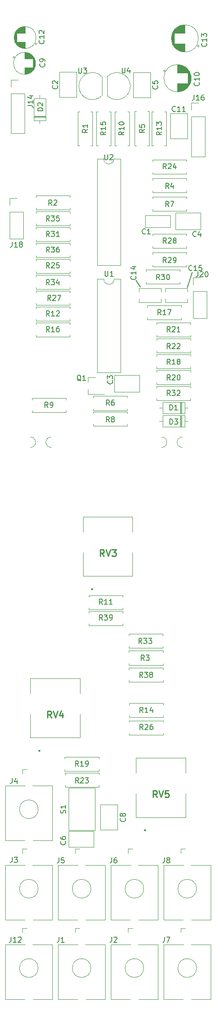
<source format=gbr>
%TF.GenerationSoftware,KiCad,Pcbnew,(6.0.4)*%
%TF.CreationDate,2022-06-07T18:20:15+01:00*%
%TF.ProjectId,panelized-boards,70616e65-6c69-47a6-9564-2d626f617264,rev?*%
%TF.SameCoordinates,Original*%
%TF.FileFunction,Legend,Top*%
%TF.FilePolarity,Positive*%
%FSLAX46Y46*%
G04 Gerber Fmt 4.6, Leading zero omitted, Abs format (unit mm)*
G04 Created by KiCad (PCBNEW (6.0.4)) date 2022-06-07 18:20:15*
%MOMM*%
%LPD*%
G01*
G04 APERTURE LIST*
%ADD10C,0.150000*%
%ADD11C,0.254000*%
%ADD12C,0.120000*%
%ADD13C,0.100000*%
%ADD14C,0.300000*%
G04 APERTURE END LIST*
D10*
X44050000Y-66495080D02*
X44910000Y-67685080D01*
X54890000Y-64975080D02*
X53960000Y-67775080D01*
%TO.C,C13*%
X57591142Y-21003937D02*
X57638761Y-21051556D01*
X57686380Y-21194413D01*
X57686380Y-21289651D01*
X57638761Y-21432508D01*
X57543523Y-21527746D01*
X57448285Y-21575365D01*
X57257809Y-21622984D01*
X57114952Y-21622984D01*
X56924476Y-21575365D01*
X56829238Y-21527746D01*
X56734000Y-21432508D01*
X56686380Y-21289651D01*
X56686380Y-21194413D01*
X56734000Y-21051556D01*
X56781619Y-21003937D01*
X57686380Y-20051556D02*
X57686380Y-20622984D01*
X57686380Y-20337270D02*
X56686380Y-20337270D01*
X56829238Y-20432508D01*
X56924476Y-20527746D01*
X56972095Y-20622984D01*
X56686380Y-19718222D02*
X56686380Y-19099175D01*
X57067333Y-19432508D01*
X57067333Y-19289651D01*
X57114952Y-19194413D01*
X57162571Y-19146794D01*
X57257809Y-19099175D01*
X57495904Y-19099175D01*
X57591142Y-19146794D01*
X57638761Y-19194413D01*
X57686380Y-19289651D01*
X57686380Y-19575365D01*
X57638761Y-19670603D01*
X57591142Y-19718222D01*
%TO.C,R2*%
X27893333Y-52077460D02*
X27560000Y-51601270D01*
X27321904Y-52077460D02*
X27321904Y-51077460D01*
X27702857Y-51077460D01*
X27798095Y-51125080D01*
X27845714Y-51172699D01*
X27893333Y-51267937D01*
X27893333Y-51410794D01*
X27845714Y-51506032D01*
X27798095Y-51553651D01*
X27702857Y-51601270D01*
X27321904Y-51601270D01*
X28274285Y-51172699D02*
X28321904Y-51125080D01*
X28417142Y-51077460D01*
X28655238Y-51077460D01*
X28750476Y-51125080D01*
X28798095Y-51172699D01*
X28845714Y-51267937D01*
X28845714Y-51363175D01*
X28798095Y-51506032D01*
X28226666Y-52077460D01*
X28845714Y-52077460D01*
%TO.C,J16*%
X55250476Y-30909460D02*
X55250476Y-31623746D01*
X55202857Y-31766603D01*
X55107619Y-31861841D01*
X54964761Y-31909460D01*
X54869523Y-31909460D01*
X56250476Y-31909460D02*
X55679047Y-31909460D01*
X55964761Y-31909460D02*
X55964761Y-30909460D01*
X55869523Y-31052318D01*
X55774285Y-31147556D01*
X55679047Y-31195175D01*
X57107619Y-30909460D02*
X56917142Y-30909460D01*
X56821904Y-30957080D01*
X56774285Y-31004699D01*
X56679047Y-31147556D01*
X56631428Y-31338032D01*
X56631428Y-31718984D01*
X56679047Y-31814222D01*
X56726666Y-31861841D01*
X56821904Y-31909460D01*
X57012380Y-31909460D01*
X57107619Y-31861841D01*
X57155238Y-31814222D01*
X57202857Y-31718984D01*
X57202857Y-31480889D01*
X57155238Y-31385651D01*
X57107619Y-31338032D01*
X57012380Y-31290413D01*
X56821904Y-31290413D01*
X56726666Y-31338032D01*
X56679047Y-31385651D01*
X56631428Y-31480889D01*
%TO.C,R38*%
X45360142Y-142628380D02*
X45026809Y-142152190D01*
X44788714Y-142628380D02*
X44788714Y-141628380D01*
X45169666Y-141628380D01*
X45264904Y-141676000D01*
X45312523Y-141723619D01*
X45360142Y-141818857D01*
X45360142Y-141961714D01*
X45312523Y-142056952D01*
X45264904Y-142104571D01*
X45169666Y-142152190D01*
X44788714Y-142152190D01*
X45693476Y-141628380D02*
X46312523Y-141628380D01*
X45979190Y-142009333D01*
X46122047Y-142009333D01*
X46217285Y-142056952D01*
X46264904Y-142104571D01*
X46312523Y-142199809D01*
X46312523Y-142437904D01*
X46264904Y-142533142D01*
X46217285Y-142580761D01*
X46122047Y-142628380D01*
X45836333Y-142628380D01*
X45741095Y-142580761D01*
X45693476Y-142533142D01*
X46883952Y-142056952D02*
X46788714Y-142009333D01*
X46741095Y-141961714D01*
X46693476Y-141866476D01*
X46693476Y-141818857D01*
X46741095Y-141723619D01*
X46788714Y-141676000D01*
X46883952Y-141628380D01*
X47074428Y-141628380D01*
X47169666Y-141676000D01*
X47217285Y-141723619D01*
X47264904Y-141818857D01*
X47264904Y-141866476D01*
X47217285Y-141961714D01*
X47169666Y-142009333D01*
X47074428Y-142056952D01*
X46883952Y-142056952D01*
X46788714Y-142104571D01*
X46741095Y-142152190D01*
X46693476Y-142247428D01*
X46693476Y-142437904D01*
X46741095Y-142533142D01*
X46788714Y-142580761D01*
X46883952Y-142628380D01*
X47074428Y-142628380D01*
X47169666Y-142580761D01*
X47217285Y-142533142D01*
X47264904Y-142437904D01*
X47264904Y-142247428D01*
X47217285Y-142152190D01*
X47169666Y-142104571D01*
X47074428Y-142056952D01*
%TO.C,C6*%
X30450142Y-174092666D02*
X30497761Y-174140285D01*
X30545380Y-174283142D01*
X30545380Y-174378380D01*
X30497761Y-174521238D01*
X30402523Y-174616476D01*
X30307285Y-174664095D01*
X30116809Y-174711714D01*
X29973952Y-174711714D01*
X29783476Y-174664095D01*
X29688238Y-174616476D01*
X29593000Y-174521238D01*
X29545380Y-174378380D01*
X29545380Y-174283142D01*
X29593000Y-174140285D01*
X29640619Y-174092666D01*
X29545380Y-173235523D02*
X29545380Y-173426000D01*
X29593000Y-173521238D01*
X29640619Y-173568857D01*
X29783476Y-173664095D01*
X29973952Y-173711714D01*
X30354904Y-173711714D01*
X30450142Y-173664095D01*
X30497761Y-173616476D01*
X30545380Y-173521238D01*
X30545380Y-173330761D01*
X30497761Y-173235523D01*
X30450142Y-173187904D01*
X30354904Y-173140285D01*
X30116809Y-173140285D01*
X30021571Y-173187904D01*
X29973952Y-173235523D01*
X29926333Y-173330761D01*
X29926333Y-173521238D01*
X29973952Y-173616476D01*
X30021571Y-173664095D01*
X30116809Y-173711714D01*
%TO.C,R22*%
X50667142Y-79577460D02*
X50333809Y-79101270D01*
X50095714Y-79577460D02*
X50095714Y-78577460D01*
X50476666Y-78577460D01*
X50571904Y-78625080D01*
X50619523Y-78672699D01*
X50667142Y-78767937D01*
X50667142Y-78910794D01*
X50619523Y-79006032D01*
X50571904Y-79053651D01*
X50476666Y-79101270D01*
X50095714Y-79101270D01*
X51048095Y-78672699D02*
X51095714Y-78625080D01*
X51190952Y-78577460D01*
X51429047Y-78577460D01*
X51524285Y-78625080D01*
X51571904Y-78672699D01*
X51619523Y-78767937D01*
X51619523Y-78863175D01*
X51571904Y-79006032D01*
X51000476Y-79577460D01*
X51619523Y-79577460D01*
X52000476Y-78672699D02*
X52048095Y-78625080D01*
X52143333Y-78577460D01*
X52381428Y-78577460D01*
X52476666Y-78625080D01*
X52524285Y-78672699D01*
X52571904Y-78767937D01*
X52571904Y-78863175D01*
X52524285Y-79006032D01*
X51952857Y-79577460D01*
X52571904Y-79577460D01*
D11*
%TO.C,RV4*%
X27772047Y-150357523D02*
X27348714Y-149752761D01*
X27046333Y-150357523D02*
X27046333Y-149087523D01*
X27530142Y-149087523D01*
X27651095Y-149148000D01*
X27711571Y-149208476D01*
X27772047Y-149329428D01*
X27772047Y-149510857D01*
X27711571Y-149631809D01*
X27651095Y-149692285D01*
X27530142Y-149752761D01*
X27046333Y-149752761D01*
X28134904Y-149087523D02*
X28558238Y-150357523D01*
X28981571Y-149087523D01*
X29949190Y-149510857D02*
X29949190Y-150357523D01*
X29646809Y-149027047D02*
X29344428Y-149934190D01*
X30130619Y-149934190D01*
D10*
%TO.C,R30*%
X48635142Y-66327460D02*
X48301809Y-65851270D01*
X48063714Y-66327460D02*
X48063714Y-65327460D01*
X48444666Y-65327460D01*
X48539904Y-65375080D01*
X48587523Y-65422699D01*
X48635142Y-65517937D01*
X48635142Y-65660794D01*
X48587523Y-65756032D01*
X48539904Y-65803651D01*
X48444666Y-65851270D01*
X48063714Y-65851270D01*
X48968476Y-65327460D02*
X49587523Y-65327460D01*
X49254190Y-65708413D01*
X49397047Y-65708413D01*
X49492285Y-65756032D01*
X49539904Y-65803651D01*
X49587523Y-65898889D01*
X49587523Y-66136984D01*
X49539904Y-66232222D01*
X49492285Y-66279841D01*
X49397047Y-66327460D01*
X49111333Y-66327460D01*
X49016095Y-66279841D01*
X48968476Y-66232222D01*
X50206571Y-65327460D02*
X50301809Y-65327460D01*
X50397047Y-65375080D01*
X50444666Y-65422699D01*
X50492285Y-65517937D01*
X50539904Y-65708413D01*
X50539904Y-65946508D01*
X50492285Y-66136984D01*
X50444666Y-66232222D01*
X50397047Y-66279841D01*
X50301809Y-66327460D01*
X50206571Y-66327460D01*
X50111333Y-66279841D01*
X50063714Y-66232222D01*
X50016095Y-66136984D01*
X49968476Y-65946508D01*
X49968476Y-65708413D01*
X50016095Y-65517937D01*
X50063714Y-65422699D01*
X50111333Y-65375080D01*
X50206571Y-65327460D01*
%TO.C,R27*%
X27667142Y-70327460D02*
X27333809Y-69851270D01*
X27095714Y-70327460D02*
X27095714Y-69327460D01*
X27476666Y-69327460D01*
X27571904Y-69375080D01*
X27619523Y-69422699D01*
X27667142Y-69517937D01*
X27667142Y-69660794D01*
X27619523Y-69756032D01*
X27571904Y-69803651D01*
X27476666Y-69851270D01*
X27095714Y-69851270D01*
X28048095Y-69422699D02*
X28095714Y-69375080D01*
X28190952Y-69327460D01*
X28429047Y-69327460D01*
X28524285Y-69375080D01*
X28571904Y-69422699D01*
X28619523Y-69517937D01*
X28619523Y-69613175D01*
X28571904Y-69756032D01*
X28000476Y-70327460D01*
X28619523Y-70327460D01*
X28952857Y-69327460D02*
X29619523Y-69327460D01*
X29190952Y-70327460D01*
%TO.C,R24*%
X49905142Y-45077460D02*
X49571809Y-44601270D01*
X49333714Y-45077460D02*
X49333714Y-44077460D01*
X49714666Y-44077460D01*
X49809904Y-44125080D01*
X49857523Y-44172699D01*
X49905142Y-44267937D01*
X49905142Y-44410794D01*
X49857523Y-44506032D01*
X49809904Y-44553651D01*
X49714666Y-44601270D01*
X49333714Y-44601270D01*
X50286095Y-44172699D02*
X50333714Y-44125080D01*
X50428952Y-44077460D01*
X50667047Y-44077460D01*
X50762285Y-44125080D01*
X50809904Y-44172699D01*
X50857523Y-44267937D01*
X50857523Y-44363175D01*
X50809904Y-44506032D01*
X50238476Y-45077460D01*
X50857523Y-45077460D01*
X51714666Y-44410794D02*
X51714666Y-45077460D01*
X51476571Y-44029841D02*
X51238476Y-44744127D01*
X51857523Y-44744127D01*
%TO.C,R19*%
X33010142Y-159666380D02*
X32676809Y-159190190D01*
X32438714Y-159666380D02*
X32438714Y-158666380D01*
X32819666Y-158666380D01*
X32914904Y-158714000D01*
X32962523Y-158761619D01*
X33010142Y-158856857D01*
X33010142Y-158999714D01*
X32962523Y-159094952D01*
X32914904Y-159142571D01*
X32819666Y-159190190D01*
X32438714Y-159190190D01*
X33962523Y-159666380D02*
X33391095Y-159666380D01*
X33676809Y-159666380D02*
X33676809Y-158666380D01*
X33581571Y-158809238D01*
X33486333Y-158904476D01*
X33391095Y-158952095D01*
X34438714Y-159666380D02*
X34629190Y-159666380D01*
X34724428Y-159618761D01*
X34772047Y-159571142D01*
X34867285Y-159428285D01*
X34914904Y-159237809D01*
X34914904Y-158856857D01*
X34867285Y-158761619D01*
X34819666Y-158714000D01*
X34724428Y-158666380D01*
X34533952Y-158666380D01*
X34438714Y-158714000D01*
X34391095Y-158761619D01*
X34343476Y-158856857D01*
X34343476Y-159094952D01*
X34391095Y-159190190D01*
X34438714Y-159237809D01*
X34533952Y-159285428D01*
X34724428Y-159285428D01*
X34819666Y-159237809D01*
X34867285Y-159190190D01*
X34914904Y-159094952D01*
%TO.C,R25*%
X27417142Y-64077460D02*
X27083809Y-63601270D01*
X26845714Y-64077460D02*
X26845714Y-63077460D01*
X27226666Y-63077460D01*
X27321904Y-63125080D01*
X27369523Y-63172699D01*
X27417142Y-63267937D01*
X27417142Y-63410794D01*
X27369523Y-63506032D01*
X27321904Y-63553651D01*
X27226666Y-63601270D01*
X26845714Y-63601270D01*
X27798095Y-63172699D02*
X27845714Y-63125080D01*
X27940952Y-63077460D01*
X28179047Y-63077460D01*
X28274285Y-63125080D01*
X28321904Y-63172699D01*
X28369523Y-63267937D01*
X28369523Y-63363175D01*
X28321904Y-63506032D01*
X27750476Y-64077460D01*
X28369523Y-64077460D01*
X29274285Y-63077460D02*
X28798095Y-63077460D01*
X28750476Y-63553651D01*
X28798095Y-63506032D01*
X28893333Y-63458413D01*
X29131428Y-63458413D01*
X29226666Y-63506032D01*
X29274285Y-63553651D01*
X29321904Y-63648889D01*
X29321904Y-63886984D01*
X29274285Y-63982222D01*
X29226666Y-64029841D01*
X29131428Y-64077460D01*
X28893333Y-64077460D01*
X28798095Y-64029841D01*
X28750476Y-63982222D01*
%TO.C,C2*%
X28917142Y-29107746D02*
X28964761Y-29155365D01*
X29012380Y-29298222D01*
X29012380Y-29393460D01*
X28964761Y-29536318D01*
X28869523Y-29631556D01*
X28774285Y-29679175D01*
X28583809Y-29726794D01*
X28440952Y-29726794D01*
X28250476Y-29679175D01*
X28155238Y-29631556D01*
X28060000Y-29536318D01*
X28012380Y-29393460D01*
X28012380Y-29298222D01*
X28060000Y-29155365D01*
X28107619Y-29107746D01*
X28107619Y-28726794D02*
X28060000Y-28679175D01*
X28012380Y-28583937D01*
X28012380Y-28345841D01*
X28060000Y-28250603D01*
X28107619Y-28202984D01*
X28202857Y-28155365D01*
X28298095Y-28155365D01*
X28440952Y-28202984D01*
X29012380Y-28774413D01*
X29012380Y-28155365D01*
%TO.C,C12*%
X26303142Y-20427937D02*
X26350761Y-20475556D01*
X26398380Y-20618413D01*
X26398380Y-20713651D01*
X26350761Y-20856508D01*
X26255523Y-20951746D01*
X26160285Y-20999365D01*
X25969809Y-21046984D01*
X25826952Y-21046984D01*
X25636476Y-20999365D01*
X25541238Y-20951746D01*
X25446000Y-20856508D01*
X25398380Y-20713651D01*
X25398380Y-20618413D01*
X25446000Y-20475556D01*
X25493619Y-20427937D01*
X26398380Y-19475556D02*
X26398380Y-20046984D01*
X26398380Y-19761270D02*
X25398380Y-19761270D01*
X25541238Y-19856508D01*
X25636476Y-19951746D01*
X25684095Y-20046984D01*
X25493619Y-19094603D02*
X25446000Y-19046984D01*
X25398380Y-18951746D01*
X25398380Y-18713651D01*
X25446000Y-18618413D01*
X25493619Y-18570794D01*
X25588857Y-18523175D01*
X25684095Y-18523175D01*
X25826952Y-18570794D01*
X26398380Y-19142222D01*
X26398380Y-18523175D01*
%TO.C,U1*%
X38112095Y-64686460D02*
X38112095Y-65495984D01*
X38159714Y-65591222D01*
X38207333Y-65638841D01*
X38302571Y-65686460D01*
X38493047Y-65686460D01*
X38588285Y-65638841D01*
X38635904Y-65591222D01*
X38683523Y-65495984D01*
X38683523Y-64686460D01*
X39683523Y-65686460D02*
X39112095Y-65686460D01*
X39397809Y-65686460D02*
X39397809Y-64686460D01*
X39302571Y-64829318D01*
X39207333Y-64924556D01*
X39112095Y-64972175D01*
%TO.C,R14*%
X45435142Y-149378380D02*
X45101809Y-148902190D01*
X44863714Y-149378380D02*
X44863714Y-148378380D01*
X45244666Y-148378380D01*
X45339904Y-148426000D01*
X45387523Y-148473619D01*
X45435142Y-148568857D01*
X45435142Y-148711714D01*
X45387523Y-148806952D01*
X45339904Y-148854571D01*
X45244666Y-148902190D01*
X44863714Y-148902190D01*
X46387523Y-149378380D02*
X45816095Y-149378380D01*
X46101809Y-149378380D02*
X46101809Y-148378380D01*
X46006571Y-148521238D01*
X45911333Y-148616476D01*
X45816095Y-148664095D01*
X47244666Y-148711714D02*
X47244666Y-149378380D01*
X47006571Y-148330761D02*
X46768476Y-149045047D01*
X47387523Y-149045047D01*
%TO.C,U3*%
X33018095Y-25727460D02*
X33018095Y-26536984D01*
X33065714Y-26632222D01*
X33113333Y-26679841D01*
X33208571Y-26727460D01*
X33399047Y-26727460D01*
X33494285Y-26679841D01*
X33541904Y-26632222D01*
X33589523Y-26536984D01*
X33589523Y-25727460D01*
X33970476Y-25727460D02*
X34589523Y-25727460D01*
X34256190Y-26108413D01*
X34399047Y-26108413D01*
X34494285Y-26156032D01*
X34541904Y-26203651D01*
X34589523Y-26298889D01*
X34589523Y-26536984D01*
X34541904Y-26632222D01*
X34494285Y-26679841D01*
X34399047Y-26727460D01*
X34113333Y-26727460D01*
X34018095Y-26679841D01*
X33970476Y-26632222D01*
%TO.C,R33*%
X45200142Y-136128380D02*
X44866809Y-135652190D01*
X44628714Y-136128380D02*
X44628714Y-135128380D01*
X45009666Y-135128380D01*
X45104904Y-135176000D01*
X45152523Y-135223619D01*
X45200142Y-135318857D01*
X45200142Y-135461714D01*
X45152523Y-135556952D01*
X45104904Y-135604571D01*
X45009666Y-135652190D01*
X44628714Y-135652190D01*
X45533476Y-135128380D02*
X46152523Y-135128380D01*
X45819190Y-135509333D01*
X45962047Y-135509333D01*
X46057285Y-135556952D01*
X46104904Y-135604571D01*
X46152523Y-135699809D01*
X46152523Y-135937904D01*
X46104904Y-136033142D01*
X46057285Y-136080761D01*
X45962047Y-136128380D01*
X45676333Y-136128380D01*
X45581095Y-136080761D01*
X45533476Y-136033142D01*
X46485857Y-135128380D02*
X47104904Y-135128380D01*
X46771571Y-135509333D01*
X46914428Y-135509333D01*
X47009666Y-135556952D01*
X47057285Y-135604571D01*
X47104904Y-135699809D01*
X47104904Y-135937904D01*
X47057285Y-136033142D01*
X47009666Y-136080761D01*
X46914428Y-136128380D01*
X46628714Y-136128380D01*
X46533476Y-136080761D01*
X46485857Y-136033142D01*
%TO.C,R32*%
X50667142Y-88577460D02*
X50333809Y-88101270D01*
X50095714Y-88577460D02*
X50095714Y-87577460D01*
X50476666Y-87577460D01*
X50571904Y-87625080D01*
X50619523Y-87672699D01*
X50667142Y-87767937D01*
X50667142Y-87910794D01*
X50619523Y-88006032D01*
X50571904Y-88053651D01*
X50476666Y-88101270D01*
X50095714Y-88101270D01*
X51000476Y-87577460D02*
X51619523Y-87577460D01*
X51286190Y-87958413D01*
X51429047Y-87958413D01*
X51524285Y-88006032D01*
X51571904Y-88053651D01*
X51619523Y-88148889D01*
X51619523Y-88386984D01*
X51571904Y-88482222D01*
X51524285Y-88529841D01*
X51429047Y-88577460D01*
X51143333Y-88577460D01*
X51048095Y-88529841D01*
X51000476Y-88482222D01*
X52000476Y-87672699D02*
X52048095Y-87625080D01*
X52143333Y-87577460D01*
X52381428Y-87577460D01*
X52476666Y-87625080D01*
X52524285Y-87672699D01*
X52571904Y-87767937D01*
X52571904Y-87863175D01*
X52524285Y-88006032D01*
X51952857Y-88577460D01*
X52571904Y-88577460D01*
%TO.C,D2*%
X26146979Y-33927175D02*
X25146979Y-33927175D01*
X25146979Y-33689080D01*
X25194599Y-33546222D01*
X25289837Y-33450984D01*
X25385075Y-33403365D01*
X25575551Y-33355746D01*
X25718408Y-33355746D01*
X25908884Y-33403365D01*
X26004122Y-33450984D01*
X26099360Y-33546222D01*
X26146979Y-33689080D01*
X26146979Y-33927175D01*
X25242218Y-32974794D02*
X25194599Y-32927175D01*
X25146979Y-32831937D01*
X25146979Y-32593841D01*
X25194599Y-32498603D01*
X25242218Y-32450984D01*
X25337456Y-32403365D01*
X25432694Y-32403365D01*
X25575551Y-32450984D01*
X26146979Y-33022413D01*
X26146979Y-32403365D01*
%TO.C,J18*%
X20250476Y-59077460D02*
X20250476Y-59791746D01*
X20202857Y-59934603D01*
X20107619Y-60029841D01*
X19964761Y-60077460D01*
X19869523Y-60077460D01*
X21250476Y-60077460D02*
X20679047Y-60077460D01*
X20964761Y-60077460D02*
X20964761Y-59077460D01*
X20869523Y-59220318D01*
X20774285Y-59315556D01*
X20679047Y-59363175D01*
X21821904Y-59506032D02*
X21726666Y-59458413D01*
X21679047Y-59410794D01*
X21631428Y-59315556D01*
X21631428Y-59267937D01*
X21679047Y-59172699D01*
X21726666Y-59125080D01*
X21821904Y-59077460D01*
X22012380Y-59077460D01*
X22107619Y-59125080D01*
X22155238Y-59172699D01*
X22202857Y-59267937D01*
X22202857Y-59315556D01*
X22155238Y-59410794D01*
X22107619Y-59458413D01*
X22012380Y-59506032D01*
X21821904Y-59506032D01*
X21726666Y-59553651D01*
X21679047Y-59601270D01*
X21631428Y-59696508D01*
X21631428Y-59886984D01*
X21679047Y-59982222D01*
X21726666Y-60029841D01*
X21821904Y-60077460D01*
X22012380Y-60077460D01*
X22107619Y-60029841D01*
X22155238Y-59982222D01*
X22202857Y-59886984D01*
X22202857Y-59696508D01*
X22155238Y-59601270D01*
X22107619Y-59553651D01*
X22012380Y-59506032D01*
%TO.C,J20*%
X55990476Y-64793460D02*
X55990476Y-65507746D01*
X55942857Y-65650603D01*
X55847619Y-65745841D01*
X55704761Y-65793460D01*
X55609523Y-65793460D01*
X56419047Y-64888699D02*
X56466666Y-64841080D01*
X56561904Y-64793460D01*
X56800000Y-64793460D01*
X56895238Y-64841080D01*
X56942857Y-64888699D01*
X56990476Y-64983937D01*
X56990476Y-65079175D01*
X56942857Y-65222032D01*
X56371428Y-65793460D01*
X56990476Y-65793460D01*
X57609523Y-64793460D02*
X57704761Y-64793460D01*
X57800000Y-64841080D01*
X57847619Y-64888699D01*
X57895238Y-64983937D01*
X57942857Y-65174413D01*
X57942857Y-65412508D01*
X57895238Y-65602984D01*
X57847619Y-65698222D01*
X57800000Y-65745841D01*
X57704761Y-65793460D01*
X57609523Y-65793460D01*
X57514285Y-65745841D01*
X57466666Y-65698222D01*
X57419047Y-65602984D01*
X57371428Y-65412508D01*
X57371428Y-65174413D01*
X57419047Y-64983937D01*
X57466666Y-64888699D01*
X57514285Y-64841080D01*
X57609523Y-64793460D01*
%TO.C,R28*%
X49905142Y-59327460D02*
X49571809Y-58851270D01*
X49333714Y-59327460D02*
X49333714Y-58327460D01*
X49714666Y-58327460D01*
X49809904Y-58375080D01*
X49857523Y-58422699D01*
X49905142Y-58517937D01*
X49905142Y-58660794D01*
X49857523Y-58756032D01*
X49809904Y-58803651D01*
X49714666Y-58851270D01*
X49333714Y-58851270D01*
X50286095Y-58422699D02*
X50333714Y-58375080D01*
X50428952Y-58327460D01*
X50667047Y-58327460D01*
X50762285Y-58375080D01*
X50809904Y-58422699D01*
X50857523Y-58517937D01*
X50857523Y-58613175D01*
X50809904Y-58756032D01*
X50238476Y-59327460D01*
X50857523Y-59327460D01*
X51428952Y-58756032D02*
X51333714Y-58708413D01*
X51286095Y-58660794D01*
X51238476Y-58565556D01*
X51238476Y-58517937D01*
X51286095Y-58422699D01*
X51333714Y-58375080D01*
X51428952Y-58327460D01*
X51619428Y-58327460D01*
X51714666Y-58375080D01*
X51762285Y-58422699D01*
X51809904Y-58517937D01*
X51809904Y-58565556D01*
X51762285Y-58660794D01*
X51714666Y-58708413D01*
X51619428Y-58756032D01*
X51428952Y-58756032D01*
X51333714Y-58803651D01*
X51286095Y-58851270D01*
X51238476Y-58946508D01*
X51238476Y-59136984D01*
X51286095Y-59232222D01*
X51333714Y-59279841D01*
X51428952Y-59327460D01*
X51619428Y-59327460D01*
X51714666Y-59279841D01*
X51762285Y-59232222D01*
X51809904Y-59136984D01*
X51809904Y-58946508D01*
X51762285Y-58851270D01*
X51714666Y-58803651D01*
X51619428Y-58756032D01*
%TO.C,R15*%
X38262380Y-37985937D02*
X37786190Y-38319270D01*
X38262380Y-38557365D02*
X37262380Y-38557365D01*
X37262380Y-38176413D01*
X37310000Y-38081175D01*
X37357619Y-38033556D01*
X37452857Y-37985937D01*
X37595714Y-37985937D01*
X37690952Y-38033556D01*
X37738571Y-38081175D01*
X37786190Y-38176413D01*
X37786190Y-38557365D01*
X38262380Y-37033556D02*
X38262380Y-37604984D01*
X38262380Y-37319270D02*
X37262380Y-37319270D01*
X37405238Y-37414508D01*
X37500476Y-37509746D01*
X37548095Y-37604984D01*
X37262380Y-36128794D02*
X37262380Y-36604984D01*
X37738571Y-36652603D01*
X37690952Y-36604984D01*
X37643333Y-36509746D01*
X37643333Y-36271651D01*
X37690952Y-36176413D01*
X37738571Y-36128794D01*
X37833809Y-36081175D01*
X38071904Y-36081175D01*
X38167142Y-36128794D01*
X38214761Y-36176413D01*
X38262380Y-36271651D01*
X38262380Y-36509746D01*
X38214761Y-36604984D01*
X38167142Y-36652603D01*
%TO.C,J7*%
X49569666Y-192435380D02*
X49569666Y-193149666D01*
X49522047Y-193292523D01*
X49426809Y-193387761D01*
X49283952Y-193435380D01*
X49188714Y-193435380D01*
X49950619Y-192435380D02*
X50617285Y-192435380D01*
X50188714Y-193435380D01*
%TO.C,R39*%
X37614142Y-131628380D02*
X37280809Y-131152190D01*
X37042714Y-131628380D02*
X37042714Y-130628380D01*
X37423666Y-130628380D01*
X37518904Y-130676000D01*
X37566523Y-130723619D01*
X37614142Y-130818857D01*
X37614142Y-130961714D01*
X37566523Y-131056952D01*
X37518904Y-131104571D01*
X37423666Y-131152190D01*
X37042714Y-131152190D01*
X37947476Y-130628380D02*
X38566523Y-130628380D01*
X38233190Y-131009333D01*
X38376047Y-131009333D01*
X38471285Y-131056952D01*
X38518904Y-131104571D01*
X38566523Y-131199809D01*
X38566523Y-131437904D01*
X38518904Y-131533142D01*
X38471285Y-131580761D01*
X38376047Y-131628380D01*
X38090333Y-131628380D01*
X37995095Y-131580761D01*
X37947476Y-131533142D01*
X39042714Y-131628380D02*
X39233190Y-131628380D01*
X39328428Y-131580761D01*
X39376047Y-131533142D01*
X39471285Y-131390285D01*
X39518904Y-131199809D01*
X39518904Y-130818857D01*
X39471285Y-130723619D01*
X39423666Y-130676000D01*
X39328428Y-130628380D01*
X39137952Y-130628380D01*
X39042714Y-130676000D01*
X38995095Y-130723619D01*
X38947476Y-130818857D01*
X38947476Y-131056952D01*
X38995095Y-131152190D01*
X39042714Y-131199809D01*
X39137952Y-131247428D01*
X39328428Y-131247428D01*
X39423666Y-131199809D01*
X39471285Y-131152190D01*
X39518904Y-131056952D01*
%TO.C,C14*%
X43987142Y-65677937D02*
X44034761Y-65725556D01*
X44082380Y-65868413D01*
X44082380Y-65963651D01*
X44034761Y-66106508D01*
X43939523Y-66201746D01*
X43844285Y-66249365D01*
X43653809Y-66296984D01*
X43510952Y-66296984D01*
X43320476Y-66249365D01*
X43225238Y-66201746D01*
X43130000Y-66106508D01*
X43082380Y-65963651D01*
X43082380Y-65868413D01*
X43130000Y-65725556D01*
X43177619Y-65677937D01*
X44082380Y-64725556D02*
X44082380Y-65296984D01*
X44082380Y-65011270D02*
X43082380Y-65011270D01*
X43225238Y-65106508D01*
X43320476Y-65201746D01*
X43368095Y-65296984D01*
X43415714Y-63868413D02*
X44082380Y-63868413D01*
X43034761Y-64106508D02*
X43749047Y-64344603D01*
X43749047Y-63725556D01*
%TO.C,R36*%
X27417142Y-61077460D02*
X27083809Y-60601270D01*
X26845714Y-61077460D02*
X26845714Y-60077460D01*
X27226666Y-60077460D01*
X27321904Y-60125080D01*
X27369523Y-60172699D01*
X27417142Y-60267937D01*
X27417142Y-60410794D01*
X27369523Y-60506032D01*
X27321904Y-60553651D01*
X27226666Y-60601270D01*
X26845714Y-60601270D01*
X27750476Y-60077460D02*
X28369523Y-60077460D01*
X28036190Y-60458413D01*
X28179047Y-60458413D01*
X28274285Y-60506032D01*
X28321904Y-60553651D01*
X28369523Y-60648889D01*
X28369523Y-60886984D01*
X28321904Y-60982222D01*
X28274285Y-61029841D01*
X28179047Y-61077460D01*
X27893333Y-61077460D01*
X27798095Y-61029841D01*
X27750476Y-60982222D01*
X29226666Y-60077460D02*
X29036190Y-60077460D01*
X28940952Y-60125080D01*
X28893333Y-60172699D01*
X28798095Y-60315556D01*
X28750476Y-60506032D01*
X28750476Y-60886984D01*
X28798095Y-60982222D01*
X28845714Y-61029841D01*
X28940952Y-61077460D01*
X29131428Y-61077460D01*
X29226666Y-61029841D01*
X29274285Y-60982222D01*
X29321904Y-60886984D01*
X29321904Y-60648889D01*
X29274285Y-60553651D01*
X29226666Y-60506032D01*
X29131428Y-60458413D01*
X28940952Y-60458413D01*
X28845714Y-60506032D01*
X28798095Y-60553651D01*
X28750476Y-60648889D01*
%TO.C,R16*%
X27417142Y-76327460D02*
X27083809Y-75851270D01*
X26845714Y-76327460D02*
X26845714Y-75327460D01*
X27226666Y-75327460D01*
X27321904Y-75375080D01*
X27369523Y-75422699D01*
X27417142Y-75517937D01*
X27417142Y-75660794D01*
X27369523Y-75756032D01*
X27321904Y-75803651D01*
X27226666Y-75851270D01*
X26845714Y-75851270D01*
X28369523Y-76327460D02*
X27798095Y-76327460D01*
X28083809Y-76327460D02*
X28083809Y-75327460D01*
X27988571Y-75470318D01*
X27893333Y-75565556D01*
X27798095Y-75613175D01*
X29226666Y-75327460D02*
X29036190Y-75327460D01*
X28940952Y-75375080D01*
X28893333Y-75422699D01*
X28798095Y-75565556D01*
X28750476Y-75756032D01*
X28750476Y-76136984D01*
X28798095Y-76232222D01*
X28845714Y-76279841D01*
X28940952Y-76327460D01*
X29131428Y-76327460D01*
X29226666Y-76279841D01*
X29274285Y-76232222D01*
X29321904Y-76136984D01*
X29321904Y-75898889D01*
X29274285Y-75803651D01*
X29226666Y-75756032D01*
X29131428Y-75708413D01*
X28940952Y-75708413D01*
X28845714Y-75756032D01*
X28798095Y-75803651D01*
X28750476Y-75898889D01*
%TO.C,R29*%
X49905142Y-63077460D02*
X49571809Y-62601270D01*
X49333714Y-63077460D02*
X49333714Y-62077460D01*
X49714666Y-62077460D01*
X49809904Y-62125080D01*
X49857523Y-62172699D01*
X49905142Y-62267937D01*
X49905142Y-62410794D01*
X49857523Y-62506032D01*
X49809904Y-62553651D01*
X49714666Y-62601270D01*
X49333714Y-62601270D01*
X50286095Y-62172699D02*
X50333714Y-62125080D01*
X50428952Y-62077460D01*
X50667047Y-62077460D01*
X50762285Y-62125080D01*
X50809904Y-62172699D01*
X50857523Y-62267937D01*
X50857523Y-62363175D01*
X50809904Y-62506032D01*
X50238476Y-63077460D01*
X50857523Y-63077460D01*
X51333714Y-63077460D02*
X51524190Y-63077460D01*
X51619428Y-63029841D01*
X51667047Y-62982222D01*
X51762285Y-62839365D01*
X51809904Y-62648889D01*
X51809904Y-62267937D01*
X51762285Y-62172699D01*
X51714666Y-62125080D01*
X51619428Y-62077460D01*
X51428952Y-62077460D01*
X51333714Y-62125080D01*
X51286095Y-62172699D01*
X51238476Y-62267937D01*
X51238476Y-62506032D01*
X51286095Y-62601270D01*
X51333714Y-62648889D01*
X51428952Y-62696508D01*
X51619428Y-62696508D01*
X51714666Y-62648889D01*
X51762285Y-62601270D01*
X51809904Y-62506032D01*
%TO.C,R35*%
X27417142Y-55077460D02*
X27083809Y-54601270D01*
X26845714Y-55077460D02*
X26845714Y-54077460D01*
X27226666Y-54077460D01*
X27321904Y-54125080D01*
X27369523Y-54172699D01*
X27417142Y-54267937D01*
X27417142Y-54410794D01*
X27369523Y-54506032D01*
X27321904Y-54553651D01*
X27226666Y-54601270D01*
X26845714Y-54601270D01*
X27750476Y-54077460D02*
X28369523Y-54077460D01*
X28036190Y-54458413D01*
X28179047Y-54458413D01*
X28274285Y-54506032D01*
X28321904Y-54553651D01*
X28369523Y-54648889D01*
X28369523Y-54886984D01*
X28321904Y-54982222D01*
X28274285Y-55029841D01*
X28179047Y-55077460D01*
X27893333Y-55077460D01*
X27798095Y-55029841D01*
X27750476Y-54982222D01*
X29274285Y-54077460D02*
X28798095Y-54077460D01*
X28750476Y-54553651D01*
X28798095Y-54506032D01*
X28893333Y-54458413D01*
X29131428Y-54458413D01*
X29226666Y-54506032D01*
X29274285Y-54553651D01*
X29321904Y-54648889D01*
X29321904Y-54886984D01*
X29274285Y-54982222D01*
X29226666Y-55029841D01*
X29131428Y-55077460D01*
X28893333Y-55077460D01*
X28798095Y-55029841D01*
X28750476Y-54982222D01*
%TO.C,R11*%
X37614142Y-128628380D02*
X37280809Y-128152190D01*
X37042714Y-128628380D02*
X37042714Y-127628380D01*
X37423666Y-127628380D01*
X37518904Y-127676000D01*
X37566523Y-127723619D01*
X37614142Y-127818857D01*
X37614142Y-127961714D01*
X37566523Y-128056952D01*
X37518904Y-128104571D01*
X37423666Y-128152190D01*
X37042714Y-128152190D01*
X38566523Y-128628380D02*
X37995095Y-128628380D01*
X38280809Y-128628380D02*
X38280809Y-127628380D01*
X38185571Y-127771238D01*
X38090333Y-127866476D01*
X37995095Y-127914095D01*
X39518904Y-128628380D02*
X38947476Y-128628380D01*
X39233190Y-128628380D02*
X39233190Y-127628380D01*
X39137952Y-127771238D01*
X39042714Y-127866476D01*
X38947476Y-127914095D01*
%TO.C,R9*%
X27143333Y-90827460D02*
X26810000Y-90351270D01*
X26571904Y-90827460D02*
X26571904Y-89827460D01*
X26952857Y-89827460D01*
X27048095Y-89875080D01*
X27095714Y-89922699D01*
X27143333Y-90017937D01*
X27143333Y-90160794D01*
X27095714Y-90256032D01*
X27048095Y-90303651D01*
X26952857Y-90351270D01*
X26571904Y-90351270D01*
X27619523Y-90827460D02*
X27810000Y-90827460D01*
X27905238Y-90779841D01*
X27952857Y-90732222D01*
X28048095Y-90589365D01*
X28095714Y-90398889D01*
X28095714Y-90017937D01*
X28048095Y-89922699D01*
X28000476Y-89875080D01*
X27905238Y-89827460D01*
X27714761Y-89827460D01*
X27619523Y-89875080D01*
X27571904Y-89922699D01*
X27524285Y-90017937D01*
X27524285Y-90256032D01*
X27571904Y-90351270D01*
X27619523Y-90398889D01*
X27714761Y-90446508D01*
X27905238Y-90446508D01*
X28000476Y-90398889D01*
X28048095Y-90351270D01*
X28095714Y-90256032D01*
%TO.C,C3*%
X39503142Y-85701746D02*
X39550761Y-85749365D01*
X39598380Y-85892222D01*
X39598380Y-85987460D01*
X39550761Y-86130318D01*
X39455523Y-86225556D01*
X39360285Y-86273175D01*
X39169809Y-86320794D01*
X39026952Y-86320794D01*
X38836476Y-86273175D01*
X38741238Y-86225556D01*
X38646000Y-86130318D01*
X38598380Y-85987460D01*
X38598380Y-85892222D01*
X38646000Y-85749365D01*
X38693619Y-85701746D01*
X38598380Y-85368413D02*
X38598380Y-84749365D01*
X38979333Y-85082699D01*
X38979333Y-84939841D01*
X39026952Y-84844603D01*
X39074571Y-84796984D01*
X39169809Y-84749365D01*
X39407904Y-84749365D01*
X39503142Y-84796984D01*
X39550761Y-84844603D01*
X39598380Y-84939841D01*
X39598380Y-85225556D01*
X39550761Y-85320794D01*
X39503142Y-85368413D01*
%TO.C,R31*%
X27417142Y-58077460D02*
X27083809Y-57601270D01*
X26845714Y-58077460D02*
X26845714Y-57077460D01*
X27226666Y-57077460D01*
X27321904Y-57125080D01*
X27369523Y-57172699D01*
X27417142Y-57267937D01*
X27417142Y-57410794D01*
X27369523Y-57506032D01*
X27321904Y-57553651D01*
X27226666Y-57601270D01*
X26845714Y-57601270D01*
X27750476Y-57077460D02*
X28369523Y-57077460D01*
X28036190Y-57458413D01*
X28179047Y-57458413D01*
X28274285Y-57506032D01*
X28321904Y-57553651D01*
X28369523Y-57648889D01*
X28369523Y-57886984D01*
X28321904Y-57982222D01*
X28274285Y-58029841D01*
X28179047Y-58077460D01*
X27893333Y-58077460D01*
X27798095Y-58029841D01*
X27750476Y-57982222D01*
X29321904Y-58077460D02*
X28750476Y-58077460D01*
X29036190Y-58077460D02*
X29036190Y-57077460D01*
X28940952Y-57220318D01*
X28845714Y-57315556D01*
X28750476Y-57363175D01*
%TO.C,Q1*%
X33478761Y-85762699D02*
X33383523Y-85715080D01*
X33288285Y-85619841D01*
X33145428Y-85476984D01*
X33050190Y-85429365D01*
X32954952Y-85429365D01*
X33002571Y-85667460D02*
X32907333Y-85619841D01*
X32812095Y-85524603D01*
X32764476Y-85334127D01*
X32764476Y-85000794D01*
X32812095Y-84810318D01*
X32907333Y-84715080D01*
X33002571Y-84667460D01*
X33193047Y-84667460D01*
X33288285Y-84715080D01*
X33383523Y-84810318D01*
X33431142Y-85000794D01*
X33431142Y-85334127D01*
X33383523Y-85524603D01*
X33288285Y-85619841D01*
X33193047Y-85667460D01*
X33002571Y-85667460D01*
X34383523Y-85667460D02*
X33812095Y-85667460D01*
X34097809Y-85667460D02*
X34097809Y-84667460D01*
X34002571Y-84810318D01*
X33907333Y-84905556D01*
X33812095Y-84953175D01*
%TO.C,R34*%
X27417142Y-67327460D02*
X27083809Y-66851270D01*
X26845714Y-67327460D02*
X26845714Y-66327460D01*
X27226666Y-66327460D01*
X27321904Y-66375080D01*
X27369523Y-66422699D01*
X27417142Y-66517937D01*
X27417142Y-66660794D01*
X27369523Y-66756032D01*
X27321904Y-66803651D01*
X27226666Y-66851270D01*
X26845714Y-66851270D01*
X27750476Y-66327460D02*
X28369523Y-66327460D01*
X28036190Y-66708413D01*
X28179047Y-66708413D01*
X28274285Y-66756032D01*
X28321904Y-66803651D01*
X28369523Y-66898889D01*
X28369523Y-67136984D01*
X28321904Y-67232222D01*
X28274285Y-67279841D01*
X28179047Y-67327460D01*
X27893333Y-67327460D01*
X27798095Y-67279841D01*
X27750476Y-67232222D01*
X29226666Y-66660794D02*
X29226666Y-67327460D01*
X28988571Y-66279841D02*
X28750476Y-66994127D01*
X29369523Y-66994127D01*
%TO.C,R12*%
X27417142Y-73327460D02*
X27083809Y-72851270D01*
X26845714Y-73327460D02*
X26845714Y-72327460D01*
X27226666Y-72327460D01*
X27321904Y-72375080D01*
X27369523Y-72422699D01*
X27417142Y-72517937D01*
X27417142Y-72660794D01*
X27369523Y-72756032D01*
X27321904Y-72803651D01*
X27226666Y-72851270D01*
X26845714Y-72851270D01*
X28369523Y-73327460D02*
X27798095Y-73327460D01*
X28083809Y-73327460D02*
X28083809Y-72327460D01*
X27988571Y-72470318D01*
X27893333Y-72565556D01*
X27798095Y-72613175D01*
X28750476Y-72422699D02*
X28798095Y-72375080D01*
X28893333Y-72327460D01*
X29131428Y-72327460D01*
X29226666Y-72375080D01*
X29274285Y-72422699D01*
X29321904Y-72517937D01*
X29321904Y-72613175D01*
X29274285Y-72756032D01*
X28702857Y-73327460D01*
X29321904Y-73327460D01*
%TO.C,R1*%
X34762380Y-37509746D02*
X34286190Y-37843080D01*
X34762380Y-38081175D02*
X33762380Y-38081175D01*
X33762380Y-37700222D01*
X33810000Y-37604984D01*
X33857619Y-37557365D01*
X33952857Y-37509746D01*
X34095714Y-37509746D01*
X34190952Y-37557365D01*
X34238571Y-37604984D01*
X34286190Y-37700222D01*
X34286190Y-38081175D01*
X34762380Y-36557365D02*
X34762380Y-37128794D01*
X34762380Y-36843080D02*
X33762380Y-36843080D01*
X33905238Y-36938318D01*
X34000476Y-37033556D01*
X34048095Y-37128794D01*
%TO.C,C10*%
X56167142Y-28517937D02*
X56214761Y-28565556D01*
X56262380Y-28708413D01*
X56262380Y-28803651D01*
X56214761Y-28946508D01*
X56119523Y-29041746D01*
X56024285Y-29089365D01*
X55833809Y-29136984D01*
X55690952Y-29136984D01*
X55500476Y-29089365D01*
X55405238Y-29041746D01*
X55310000Y-28946508D01*
X55262380Y-28803651D01*
X55262380Y-28708413D01*
X55310000Y-28565556D01*
X55357619Y-28517937D01*
X56262380Y-27565556D02*
X56262380Y-28136984D01*
X56262380Y-27851270D02*
X55262380Y-27851270D01*
X55405238Y-27946508D01*
X55500476Y-28041746D01*
X55548095Y-28136984D01*
X55262380Y-26946508D02*
X55262380Y-26851270D01*
X55310000Y-26756032D01*
X55357619Y-26708413D01*
X55452857Y-26660794D01*
X55643333Y-26613175D01*
X55881428Y-26613175D01*
X56071904Y-26660794D01*
X56167142Y-26708413D01*
X56214761Y-26756032D01*
X56262380Y-26851270D01*
X56262380Y-26946508D01*
X56214761Y-27041746D01*
X56167142Y-27089365D01*
X56071904Y-27136984D01*
X55881428Y-27184603D01*
X55643333Y-27184603D01*
X55452857Y-27136984D01*
X55357619Y-27089365D01*
X55310000Y-27041746D01*
X55262380Y-26946508D01*
%TO.C,C4*%
X55643333Y-57982222D02*
X55595714Y-58029841D01*
X55452857Y-58077460D01*
X55357619Y-58077460D01*
X55214761Y-58029841D01*
X55119523Y-57934603D01*
X55071904Y-57839365D01*
X55024285Y-57648889D01*
X55024285Y-57506032D01*
X55071904Y-57315556D01*
X55119523Y-57220318D01*
X55214761Y-57125080D01*
X55357619Y-57077460D01*
X55452857Y-57077460D01*
X55595714Y-57125080D01*
X55643333Y-57172699D01*
X56500476Y-57410794D02*
X56500476Y-58077460D01*
X56262380Y-57029841D02*
X56024285Y-57744127D01*
X56643333Y-57744127D01*
%TO.C,C5*%
X48167142Y-29147746D02*
X48214761Y-29195365D01*
X48262380Y-29338222D01*
X48262380Y-29433460D01*
X48214761Y-29576318D01*
X48119523Y-29671556D01*
X48024285Y-29719175D01*
X47833809Y-29766794D01*
X47690952Y-29766794D01*
X47500476Y-29719175D01*
X47405238Y-29671556D01*
X47310000Y-29576318D01*
X47262380Y-29433460D01*
X47262380Y-29338222D01*
X47310000Y-29195365D01*
X47357619Y-29147746D01*
X47262380Y-28242984D02*
X47262380Y-28719175D01*
X47738571Y-28766794D01*
X47690952Y-28719175D01*
X47643333Y-28623937D01*
X47643333Y-28385841D01*
X47690952Y-28290603D01*
X47738571Y-28242984D01*
X47833809Y-28195365D01*
X48071904Y-28195365D01*
X48167142Y-28242984D01*
X48214761Y-28290603D01*
X48262380Y-28385841D01*
X48262380Y-28623937D01*
X48214761Y-28719175D01*
X48167142Y-28766794D01*
%TO.C,U2*%
X38048095Y-42337460D02*
X38048095Y-43146984D01*
X38095714Y-43242222D01*
X38143333Y-43289841D01*
X38238571Y-43337460D01*
X38429047Y-43337460D01*
X38524285Y-43289841D01*
X38571904Y-43242222D01*
X38619523Y-43146984D01*
X38619523Y-42337460D01*
X39048095Y-42432699D02*
X39095714Y-42385080D01*
X39190952Y-42337460D01*
X39429047Y-42337460D01*
X39524285Y-42385080D01*
X39571904Y-42432699D01*
X39619523Y-42527937D01*
X39619523Y-42623175D01*
X39571904Y-42766032D01*
X39000476Y-43337460D01*
X39619523Y-43337460D01*
%TO.C,R6*%
X38951333Y-90439460D02*
X38618000Y-89963270D01*
X38379904Y-90439460D02*
X38379904Y-89439460D01*
X38760857Y-89439460D01*
X38856095Y-89487080D01*
X38903714Y-89534699D01*
X38951333Y-89629937D01*
X38951333Y-89772794D01*
X38903714Y-89868032D01*
X38856095Y-89915651D01*
X38760857Y-89963270D01*
X38379904Y-89963270D01*
X39808476Y-89439460D02*
X39618000Y-89439460D01*
X39522761Y-89487080D01*
X39475142Y-89534699D01*
X39379904Y-89677556D01*
X39332285Y-89868032D01*
X39332285Y-90248984D01*
X39379904Y-90344222D01*
X39427523Y-90391841D01*
X39522761Y-90439460D01*
X39713238Y-90439460D01*
X39808476Y-90391841D01*
X39856095Y-90344222D01*
X39903714Y-90248984D01*
X39903714Y-90010889D01*
X39856095Y-89915651D01*
X39808476Y-89868032D01*
X39713238Y-89820413D01*
X39522761Y-89820413D01*
X39427523Y-89868032D01*
X39379904Y-89915651D01*
X39332285Y-90010889D01*
%TO.C,R5*%
X45762380Y-37509746D02*
X45286190Y-37843080D01*
X45762380Y-38081175D02*
X44762380Y-38081175D01*
X44762380Y-37700222D01*
X44810000Y-37604984D01*
X44857619Y-37557365D01*
X44952857Y-37509746D01*
X45095714Y-37509746D01*
X45190952Y-37557365D01*
X45238571Y-37604984D01*
X45286190Y-37700222D01*
X45286190Y-38081175D01*
X44762380Y-36604984D02*
X44762380Y-37081175D01*
X45238571Y-37128794D01*
X45190952Y-37081175D01*
X45143333Y-36985937D01*
X45143333Y-36747841D01*
X45190952Y-36652603D01*
X45238571Y-36604984D01*
X45333809Y-36557365D01*
X45571904Y-36557365D01*
X45667142Y-36604984D01*
X45714761Y-36652603D01*
X45762380Y-36747841D01*
X45762380Y-36985937D01*
X45714761Y-37081175D01*
X45667142Y-37128794D01*
%TO.C,J1*%
X29249666Y-192435380D02*
X29249666Y-193149666D01*
X29202047Y-193292523D01*
X29106809Y-193387761D01*
X28963952Y-193435380D01*
X28868714Y-193435380D01*
X30249666Y-193435380D02*
X29678238Y-193435380D01*
X29963952Y-193435380D02*
X29963952Y-192435380D01*
X29868714Y-192578238D01*
X29773476Y-192673476D01*
X29678238Y-192721095D01*
%TO.C,C8*%
X41950142Y-169649666D02*
X41997761Y-169697285D01*
X42045380Y-169840142D01*
X42045380Y-169935380D01*
X41997761Y-170078238D01*
X41902523Y-170173476D01*
X41807285Y-170221095D01*
X41616809Y-170268714D01*
X41473952Y-170268714D01*
X41283476Y-170221095D01*
X41188238Y-170173476D01*
X41093000Y-170078238D01*
X41045380Y-169935380D01*
X41045380Y-169840142D01*
X41093000Y-169697285D01*
X41140619Y-169649666D01*
X41473952Y-169078238D02*
X41426333Y-169173476D01*
X41378714Y-169221095D01*
X41283476Y-169268714D01*
X41235857Y-169268714D01*
X41140619Y-169221095D01*
X41093000Y-169173476D01*
X41045380Y-169078238D01*
X41045380Y-168887761D01*
X41093000Y-168792523D01*
X41140619Y-168744904D01*
X41235857Y-168697285D01*
X41283476Y-168697285D01*
X41378714Y-168744904D01*
X41426333Y-168792523D01*
X41473952Y-168887761D01*
X41473952Y-169078238D01*
X41521571Y-169173476D01*
X41569190Y-169221095D01*
X41664428Y-169268714D01*
X41854904Y-169268714D01*
X41950142Y-169221095D01*
X41997761Y-169173476D01*
X42045380Y-169078238D01*
X42045380Y-168887761D01*
X41997761Y-168792523D01*
X41950142Y-168744904D01*
X41854904Y-168697285D01*
X41664428Y-168697285D01*
X41569190Y-168744904D01*
X41521571Y-168792523D01*
X41473952Y-168887761D01*
%TO.C,R17*%
X48889142Y-73077460D02*
X48555809Y-72601270D01*
X48317714Y-73077460D02*
X48317714Y-72077460D01*
X48698666Y-72077460D01*
X48793904Y-72125080D01*
X48841523Y-72172699D01*
X48889142Y-72267937D01*
X48889142Y-72410794D01*
X48841523Y-72506032D01*
X48793904Y-72553651D01*
X48698666Y-72601270D01*
X48317714Y-72601270D01*
X49841523Y-73077460D02*
X49270095Y-73077460D01*
X49555809Y-73077460D02*
X49555809Y-72077460D01*
X49460571Y-72220318D01*
X49365333Y-72315556D01*
X49270095Y-72363175D01*
X50174857Y-72077460D02*
X50841523Y-72077460D01*
X50412952Y-73077460D01*
%TO.C,R7*%
X50381333Y-52327460D02*
X50048000Y-51851270D01*
X49809904Y-52327460D02*
X49809904Y-51327460D01*
X50190857Y-51327460D01*
X50286095Y-51375080D01*
X50333714Y-51422699D01*
X50381333Y-51517937D01*
X50381333Y-51660794D01*
X50333714Y-51756032D01*
X50286095Y-51803651D01*
X50190857Y-51851270D01*
X49809904Y-51851270D01*
X50714666Y-51327460D02*
X51381333Y-51327460D01*
X50952761Y-52327460D01*
%TO.C,U4*%
X41408095Y-25697460D02*
X41408095Y-26506984D01*
X41455714Y-26602222D01*
X41503333Y-26649841D01*
X41598571Y-26697460D01*
X41789047Y-26697460D01*
X41884285Y-26649841D01*
X41931904Y-26602222D01*
X41979523Y-26506984D01*
X41979523Y-25697460D01*
X42884285Y-26030794D02*
X42884285Y-26697460D01*
X42646190Y-25649841D02*
X42408095Y-26364127D01*
X43027142Y-26364127D01*
%TO.C,D3*%
X50571904Y-94077460D02*
X50571904Y-93077460D01*
X50810000Y-93077460D01*
X50952857Y-93125080D01*
X51048095Y-93220318D01*
X51095714Y-93315556D01*
X51143333Y-93506032D01*
X51143333Y-93648889D01*
X51095714Y-93839365D01*
X51048095Y-93934603D01*
X50952857Y-94029841D01*
X50810000Y-94077460D01*
X50571904Y-94077460D01*
X51476666Y-93077460D02*
X52095714Y-93077460D01*
X51762380Y-93458413D01*
X51905238Y-93458413D01*
X52000476Y-93506032D01*
X52048095Y-93553651D01*
X52095714Y-93648889D01*
X52095714Y-93886984D01*
X52048095Y-93982222D01*
X52000476Y-94029841D01*
X51905238Y-94077460D01*
X51619523Y-94077460D01*
X51524285Y-94029841D01*
X51476666Y-93982222D01*
%TO.C,J2*%
X39409666Y-192435380D02*
X39409666Y-193149666D01*
X39362047Y-193292523D01*
X39266809Y-193387761D01*
X39123952Y-193435380D01*
X39028714Y-193435380D01*
X39838238Y-192530619D02*
X39885857Y-192483000D01*
X39981095Y-192435380D01*
X40219190Y-192435380D01*
X40314428Y-192483000D01*
X40362047Y-192530619D01*
X40409666Y-192625857D01*
X40409666Y-192721095D01*
X40362047Y-192863952D01*
X39790619Y-193435380D01*
X40409666Y-193435380D01*
%TO.C,R18*%
X50667142Y-82577460D02*
X50333809Y-82101270D01*
X50095714Y-82577460D02*
X50095714Y-81577460D01*
X50476666Y-81577460D01*
X50571904Y-81625080D01*
X50619523Y-81672699D01*
X50667142Y-81767937D01*
X50667142Y-81910794D01*
X50619523Y-82006032D01*
X50571904Y-82053651D01*
X50476666Y-82101270D01*
X50095714Y-82101270D01*
X51619523Y-82577460D02*
X51048095Y-82577460D01*
X51333809Y-82577460D02*
X51333809Y-81577460D01*
X51238571Y-81720318D01*
X51143333Y-81815556D01*
X51048095Y-81863175D01*
X52190952Y-82006032D02*
X52095714Y-81958413D01*
X52048095Y-81910794D01*
X52000476Y-81815556D01*
X52000476Y-81767937D01*
X52048095Y-81672699D01*
X52095714Y-81625080D01*
X52190952Y-81577460D01*
X52381428Y-81577460D01*
X52476666Y-81625080D01*
X52524285Y-81672699D01*
X52571904Y-81767937D01*
X52571904Y-81815556D01*
X52524285Y-81910794D01*
X52476666Y-81958413D01*
X52381428Y-82006032D01*
X52190952Y-82006032D01*
X52095714Y-82053651D01*
X52048095Y-82101270D01*
X52000476Y-82196508D01*
X52000476Y-82386984D01*
X52048095Y-82482222D01*
X52095714Y-82529841D01*
X52190952Y-82577460D01*
X52381428Y-82577460D01*
X52476666Y-82529841D01*
X52524285Y-82482222D01*
X52571904Y-82386984D01*
X52571904Y-82196508D01*
X52524285Y-82101270D01*
X52476666Y-82053651D01*
X52381428Y-82006032D01*
%TO.C,C15*%
X54847142Y-64502222D02*
X54799523Y-64549841D01*
X54656666Y-64597460D01*
X54561428Y-64597460D01*
X54418571Y-64549841D01*
X54323333Y-64454603D01*
X54275714Y-64359365D01*
X54228095Y-64168889D01*
X54228095Y-64026032D01*
X54275714Y-63835556D01*
X54323333Y-63740318D01*
X54418571Y-63645080D01*
X54561428Y-63597460D01*
X54656666Y-63597460D01*
X54799523Y-63645080D01*
X54847142Y-63692699D01*
X55799523Y-64597460D02*
X55228095Y-64597460D01*
X55513809Y-64597460D02*
X55513809Y-63597460D01*
X55418571Y-63740318D01*
X55323333Y-63835556D01*
X55228095Y-63883175D01*
X56704285Y-63597460D02*
X56228095Y-63597460D01*
X56180476Y-64073651D01*
X56228095Y-64026032D01*
X56323333Y-63978413D01*
X56561428Y-63978413D01*
X56656666Y-64026032D01*
X56704285Y-64073651D01*
X56751904Y-64168889D01*
X56751904Y-64406984D01*
X56704285Y-64502222D01*
X56656666Y-64549841D01*
X56561428Y-64597460D01*
X56323333Y-64597460D01*
X56228095Y-64549841D01*
X56180476Y-64502222D01*
%TO.C,J4*%
X20259666Y-161980380D02*
X20259666Y-162694666D01*
X20212047Y-162837523D01*
X20116809Y-162932761D01*
X19973952Y-162980380D01*
X19878714Y-162980380D01*
X21164428Y-162313714D02*
X21164428Y-162980380D01*
X20926333Y-161932761D02*
X20688238Y-162647047D01*
X21307285Y-162647047D01*
%TO.C,C11*%
X51667142Y-33982222D02*
X51619523Y-34029841D01*
X51476666Y-34077460D01*
X51381428Y-34077460D01*
X51238571Y-34029841D01*
X51143333Y-33934603D01*
X51095714Y-33839365D01*
X51048095Y-33648889D01*
X51048095Y-33506032D01*
X51095714Y-33315556D01*
X51143333Y-33220318D01*
X51238571Y-33125080D01*
X51381428Y-33077460D01*
X51476666Y-33077460D01*
X51619523Y-33125080D01*
X51667142Y-33172699D01*
X52619523Y-34077460D02*
X52048095Y-34077460D01*
X52333809Y-34077460D02*
X52333809Y-33077460D01*
X52238571Y-33220318D01*
X52143333Y-33315556D01*
X52048095Y-33363175D01*
X53571904Y-34077460D02*
X53000476Y-34077460D01*
X53286190Y-34077460D02*
X53286190Y-33077460D01*
X53190952Y-33220318D01*
X53095714Y-33315556D01*
X53000476Y-33363175D01*
%TO.C,R13*%
X49012380Y-37985937D02*
X48536190Y-38319270D01*
X49012380Y-38557365D02*
X48012380Y-38557365D01*
X48012380Y-38176413D01*
X48060000Y-38081175D01*
X48107619Y-38033556D01*
X48202857Y-37985937D01*
X48345714Y-37985937D01*
X48440952Y-38033556D01*
X48488571Y-38081175D01*
X48536190Y-38176413D01*
X48536190Y-38557365D01*
X49012380Y-37033556D02*
X49012380Y-37604984D01*
X49012380Y-37319270D02*
X48012380Y-37319270D01*
X48155238Y-37414508D01*
X48250476Y-37509746D01*
X48298095Y-37604984D01*
X48012380Y-36700222D02*
X48012380Y-36081175D01*
X48393333Y-36414508D01*
X48393333Y-36271651D01*
X48440952Y-36176413D01*
X48488571Y-36128794D01*
X48583809Y-36081175D01*
X48821904Y-36081175D01*
X48917142Y-36128794D01*
X48964761Y-36176413D01*
X49012380Y-36271651D01*
X49012380Y-36557365D01*
X48964761Y-36652603D01*
X48917142Y-36700222D01*
%TO.C,R8*%
X38951333Y-93641460D02*
X38618000Y-93165270D01*
X38379904Y-93641460D02*
X38379904Y-92641460D01*
X38760857Y-92641460D01*
X38856095Y-92689080D01*
X38903714Y-92736699D01*
X38951333Y-92831937D01*
X38951333Y-92974794D01*
X38903714Y-93070032D01*
X38856095Y-93117651D01*
X38760857Y-93165270D01*
X38379904Y-93165270D01*
X39522761Y-93070032D02*
X39427523Y-93022413D01*
X39379904Y-92974794D01*
X39332285Y-92879556D01*
X39332285Y-92831937D01*
X39379904Y-92736699D01*
X39427523Y-92689080D01*
X39522761Y-92641460D01*
X39713238Y-92641460D01*
X39808476Y-92689080D01*
X39856095Y-92736699D01*
X39903714Y-92831937D01*
X39903714Y-92879556D01*
X39856095Y-92974794D01*
X39808476Y-93022413D01*
X39713238Y-93070032D01*
X39522761Y-93070032D01*
X39427523Y-93117651D01*
X39379904Y-93165270D01*
X39332285Y-93260508D01*
X39332285Y-93450984D01*
X39379904Y-93546222D01*
X39427523Y-93593841D01*
X39522761Y-93641460D01*
X39713238Y-93641460D01*
X39808476Y-93593841D01*
X39856095Y-93546222D01*
X39903714Y-93450984D01*
X39903714Y-93260508D01*
X39856095Y-93165270D01*
X39808476Y-93117651D01*
X39713238Y-93070032D01*
%TO.C,S1*%
X30497761Y-168687904D02*
X30545380Y-168545047D01*
X30545380Y-168306952D01*
X30497761Y-168211714D01*
X30450142Y-168164095D01*
X30354904Y-168116476D01*
X30259666Y-168116476D01*
X30164428Y-168164095D01*
X30116809Y-168211714D01*
X30069190Y-168306952D01*
X30021571Y-168497428D01*
X29973952Y-168592666D01*
X29926333Y-168640285D01*
X29831095Y-168687904D01*
X29735857Y-168687904D01*
X29640619Y-168640285D01*
X29593000Y-168592666D01*
X29545380Y-168497428D01*
X29545380Y-168259333D01*
X29593000Y-168116476D01*
X30545380Y-167164095D02*
X30545380Y-167735523D01*
X30545380Y-167449809D02*
X29545380Y-167449809D01*
X29688238Y-167545047D01*
X29783476Y-167640285D01*
X29831095Y-167735523D01*
D11*
%TO.C,RV3*%
X37922047Y-119382523D02*
X37498714Y-118777761D01*
X37196333Y-119382523D02*
X37196333Y-118112523D01*
X37680142Y-118112523D01*
X37801095Y-118173000D01*
X37861571Y-118233476D01*
X37922047Y-118354428D01*
X37922047Y-118535857D01*
X37861571Y-118656809D01*
X37801095Y-118717285D01*
X37680142Y-118777761D01*
X37196333Y-118777761D01*
X38284904Y-118112523D02*
X38708238Y-119382523D01*
X39131571Y-118112523D01*
X39433952Y-118112523D02*
X40220142Y-118112523D01*
X39796809Y-118596333D01*
X39978238Y-118596333D01*
X40099190Y-118656809D01*
X40159666Y-118717285D01*
X40220142Y-118838238D01*
X40220142Y-119140619D01*
X40159666Y-119261571D01*
X40099190Y-119322047D01*
X39978238Y-119382523D01*
X39615380Y-119382523D01*
X39494428Y-119322047D01*
X39433952Y-119261571D01*
D10*
%TO.C,J6*%
X39409666Y-177220380D02*
X39409666Y-177934666D01*
X39362047Y-178077523D01*
X39266809Y-178172761D01*
X39123952Y-178220380D01*
X39028714Y-178220380D01*
X40314428Y-177220380D02*
X40123952Y-177220380D01*
X40028714Y-177268000D01*
X39981095Y-177315619D01*
X39885857Y-177458476D01*
X39838238Y-177648952D01*
X39838238Y-178029904D01*
X39885857Y-178125142D01*
X39933476Y-178172761D01*
X40028714Y-178220380D01*
X40219190Y-178220380D01*
X40314428Y-178172761D01*
X40362047Y-178125142D01*
X40409666Y-178029904D01*
X40409666Y-177791809D01*
X40362047Y-177696571D01*
X40314428Y-177648952D01*
X40219190Y-177601333D01*
X40028714Y-177601333D01*
X39933476Y-177648952D01*
X39885857Y-177696571D01*
X39838238Y-177791809D01*
D11*
%TO.C,RV5*%
X48097047Y-165632523D02*
X47673714Y-165027761D01*
X47371333Y-165632523D02*
X47371333Y-164362523D01*
X47855142Y-164362523D01*
X47976095Y-164423000D01*
X48036571Y-164483476D01*
X48097047Y-164604428D01*
X48097047Y-164785857D01*
X48036571Y-164906809D01*
X47976095Y-164967285D01*
X47855142Y-165027761D01*
X47371333Y-165027761D01*
X48459904Y-164362523D02*
X48883238Y-165632523D01*
X49306571Y-164362523D01*
X50334666Y-164362523D02*
X49729904Y-164362523D01*
X49669428Y-164967285D01*
X49729904Y-164906809D01*
X49850857Y-164846333D01*
X50153238Y-164846333D01*
X50274190Y-164906809D01*
X50334666Y-164967285D01*
X50395142Y-165088238D01*
X50395142Y-165390619D01*
X50334666Y-165511571D01*
X50274190Y-165572047D01*
X50153238Y-165632523D01*
X49850857Y-165632523D01*
X49729904Y-165572047D01*
X49669428Y-165511571D01*
D10*
%TO.C,R10*%
X41762380Y-37979937D02*
X41286190Y-38313270D01*
X41762380Y-38551365D02*
X40762380Y-38551365D01*
X40762380Y-38170413D01*
X40810000Y-38075175D01*
X40857619Y-38027556D01*
X40952857Y-37979937D01*
X41095714Y-37979937D01*
X41190952Y-38027556D01*
X41238571Y-38075175D01*
X41286190Y-38170413D01*
X41286190Y-38551365D01*
X41762380Y-37027556D02*
X41762380Y-37598984D01*
X41762380Y-37313270D02*
X40762380Y-37313270D01*
X40905238Y-37408508D01*
X41000476Y-37503746D01*
X41048095Y-37598984D01*
X40762380Y-36408508D02*
X40762380Y-36313270D01*
X40810000Y-36218032D01*
X40857619Y-36170413D01*
X40952857Y-36122794D01*
X41143333Y-36075175D01*
X41381428Y-36075175D01*
X41571904Y-36122794D01*
X41667142Y-36170413D01*
X41714761Y-36218032D01*
X41762380Y-36313270D01*
X41762380Y-36408508D01*
X41714761Y-36503746D01*
X41667142Y-36551365D01*
X41571904Y-36598984D01*
X41381428Y-36646603D01*
X41143333Y-36646603D01*
X40952857Y-36598984D01*
X40857619Y-36551365D01*
X40810000Y-36503746D01*
X40762380Y-36408508D01*
%TO.C,J12*%
X20033476Y-192435380D02*
X20033476Y-193149666D01*
X19985857Y-193292523D01*
X19890619Y-193387761D01*
X19747761Y-193435380D01*
X19652523Y-193435380D01*
X21033476Y-193435380D02*
X20462047Y-193435380D01*
X20747761Y-193435380D02*
X20747761Y-192435380D01*
X20652523Y-192578238D01*
X20557285Y-192673476D01*
X20462047Y-192721095D01*
X21414428Y-192530619D02*
X21462047Y-192483000D01*
X21557285Y-192435380D01*
X21795380Y-192435380D01*
X21890619Y-192483000D01*
X21938238Y-192530619D01*
X21985857Y-192625857D01*
X21985857Y-192721095D01*
X21938238Y-192863952D01*
X21366809Y-193435380D01*
X21985857Y-193435380D01*
%TO.C,J8*%
X49569666Y-177220380D02*
X49569666Y-177934666D01*
X49522047Y-178077523D01*
X49426809Y-178172761D01*
X49283952Y-178220380D01*
X49188714Y-178220380D01*
X50188714Y-177648952D02*
X50093476Y-177601333D01*
X50045857Y-177553714D01*
X49998238Y-177458476D01*
X49998238Y-177410857D01*
X50045857Y-177315619D01*
X50093476Y-177268000D01*
X50188714Y-177220380D01*
X50379190Y-177220380D01*
X50474428Y-177268000D01*
X50522047Y-177315619D01*
X50569666Y-177410857D01*
X50569666Y-177458476D01*
X50522047Y-177553714D01*
X50474428Y-177601333D01*
X50379190Y-177648952D01*
X50188714Y-177648952D01*
X50093476Y-177696571D01*
X50045857Y-177744190D01*
X49998238Y-177839428D01*
X49998238Y-178029904D01*
X50045857Y-178125142D01*
X50093476Y-178172761D01*
X50188714Y-178220380D01*
X50379190Y-178220380D01*
X50474428Y-178172761D01*
X50522047Y-178125142D01*
X50569666Y-178029904D01*
X50569666Y-177839428D01*
X50522047Y-177744190D01*
X50474428Y-177696571D01*
X50379190Y-177648952D01*
%TO.C,R4*%
X50381333Y-48827460D02*
X50048000Y-48351270D01*
X49809904Y-48827460D02*
X49809904Y-47827460D01*
X50190857Y-47827460D01*
X50286095Y-47875080D01*
X50333714Y-47922699D01*
X50381333Y-48017937D01*
X50381333Y-48160794D01*
X50333714Y-48256032D01*
X50286095Y-48303651D01*
X50190857Y-48351270D01*
X49809904Y-48351270D01*
X51238476Y-48160794D02*
X51238476Y-48827460D01*
X51000380Y-47779841D02*
X50762285Y-48494127D01*
X51381333Y-48494127D01*
%TO.C,C9*%
X26453142Y-24901746D02*
X26500761Y-24949365D01*
X26548380Y-25092222D01*
X26548380Y-25187460D01*
X26500761Y-25330318D01*
X26405523Y-25425556D01*
X26310285Y-25473175D01*
X26119809Y-25520794D01*
X25976952Y-25520794D01*
X25786476Y-25473175D01*
X25691238Y-25425556D01*
X25596000Y-25330318D01*
X25548380Y-25187460D01*
X25548380Y-25092222D01*
X25596000Y-24949365D01*
X25643619Y-24901746D01*
X26548380Y-24425556D02*
X26548380Y-24235080D01*
X26500761Y-24139841D01*
X26453142Y-24092222D01*
X26310285Y-23996984D01*
X26119809Y-23949365D01*
X25738857Y-23949365D01*
X25643619Y-23996984D01*
X25596000Y-24044603D01*
X25548380Y-24139841D01*
X25548380Y-24330318D01*
X25596000Y-24425556D01*
X25643619Y-24473175D01*
X25738857Y-24520794D01*
X25976952Y-24520794D01*
X26072190Y-24473175D01*
X26119809Y-24425556D01*
X26167428Y-24330318D01*
X26167428Y-24139841D01*
X26119809Y-24044603D01*
X26072190Y-23996984D01*
X25976952Y-23949365D01*
%TO.C,R26*%
X45420142Y-152628380D02*
X45086809Y-152152190D01*
X44848714Y-152628380D02*
X44848714Y-151628380D01*
X45229666Y-151628380D01*
X45324904Y-151676000D01*
X45372523Y-151723619D01*
X45420142Y-151818857D01*
X45420142Y-151961714D01*
X45372523Y-152056952D01*
X45324904Y-152104571D01*
X45229666Y-152152190D01*
X44848714Y-152152190D01*
X45801095Y-151723619D02*
X45848714Y-151676000D01*
X45943952Y-151628380D01*
X46182047Y-151628380D01*
X46277285Y-151676000D01*
X46324904Y-151723619D01*
X46372523Y-151818857D01*
X46372523Y-151914095D01*
X46324904Y-152056952D01*
X45753476Y-152628380D01*
X46372523Y-152628380D01*
X47229666Y-151628380D02*
X47039190Y-151628380D01*
X46943952Y-151676000D01*
X46896333Y-151723619D01*
X46801095Y-151866476D01*
X46753476Y-152056952D01*
X46753476Y-152437904D01*
X46801095Y-152533142D01*
X46848714Y-152580761D01*
X46943952Y-152628380D01*
X47134428Y-152628380D01*
X47229666Y-152580761D01*
X47277285Y-152533142D01*
X47324904Y-152437904D01*
X47324904Y-152199809D01*
X47277285Y-152104571D01*
X47229666Y-152056952D01*
X47134428Y-152009333D01*
X46943952Y-152009333D01*
X46848714Y-152056952D01*
X46801095Y-152104571D01*
X46753476Y-152199809D01*
%TO.C,J14*%
X23222380Y-32944603D02*
X23936666Y-32944603D01*
X24079523Y-32992222D01*
X24174761Y-33087460D01*
X24222380Y-33230318D01*
X24222380Y-33325556D01*
X24222380Y-31944603D02*
X24222380Y-32516032D01*
X24222380Y-32230318D02*
X23222380Y-32230318D01*
X23365238Y-32325556D01*
X23460476Y-32420794D01*
X23508095Y-32516032D01*
X23555714Y-31087460D02*
X24222380Y-31087460D01*
X23174761Y-31325556D02*
X23889047Y-31563651D01*
X23889047Y-30944603D01*
%TO.C,R21*%
X50667142Y-76327460D02*
X50333809Y-75851270D01*
X50095714Y-76327460D02*
X50095714Y-75327460D01*
X50476666Y-75327460D01*
X50571904Y-75375080D01*
X50619523Y-75422699D01*
X50667142Y-75517937D01*
X50667142Y-75660794D01*
X50619523Y-75756032D01*
X50571904Y-75803651D01*
X50476666Y-75851270D01*
X50095714Y-75851270D01*
X51048095Y-75422699D02*
X51095714Y-75375080D01*
X51190952Y-75327460D01*
X51429047Y-75327460D01*
X51524285Y-75375080D01*
X51571904Y-75422699D01*
X51619523Y-75517937D01*
X51619523Y-75613175D01*
X51571904Y-75756032D01*
X51000476Y-76327460D01*
X51619523Y-76327460D01*
X52571904Y-76327460D02*
X52000476Y-76327460D01*
X52286190Y-76327460D02*
X52286190Y-75327460D01*
X52190952Y-75470318D01*
X52095714Y-75565556D01*
X52000476Y-75613175D01*
%TO.C,J3*%
X20259666Y-177128380D02*
X20259666Y-177842666D01*
X20212047Y-177985523D01*
X20116809Y-178080761D01*
X19973952Y-178128380D01*
X19878714Y-178128380D01*
X20640619Y-177128380D02*
X21259666Y-177128380D01*
X20926333Y-177509333D01*
X21069190Y-177509333D01*
X21164428Y-177556952D01*
X21212047Y-177604571D01*
X21259666Y-177699809D01*
X21259666Y-177937904D01*
X21212047Y-178033142D01*
X21164428Y-178080761D01*
X21069190Y-178128380D01*
X20783476Y-178128380D01*
X20688238Y-178080761D01*
X20640619Y-178033142D01*
%TO.C,R20*%
X50667142Y-85577460D02*
X50333809Y-85101270D01*
X50095714Y-85577460D02*
X50095714Y-84577460D01*
X50476666Y-84577460D01*
X50571904Y-84625080D01*
X50619523Y-84672699D01*
X50667142Y-84767937D01*
X50667142Y-84910794D01*
X50619523Y-85006032D01*
X50571904Y-85053651D01*
X50476666Y-85101270D01*
X50095714Y-85101270D01*
X51048095Y-84672699D02*
X51095714Y-84625080D01*
X51190952Y-84577460D01*
X51429047Y-84577460D01*
X51524285Y-84625080D01*
X51571904Y-84672699D01*
X51619523Y-84767937D01*
X51619523Y-84863175D01*
X51571904Y-85006032D01*
X51000476Y-85577460D01*
X51619523Y-85577460D01*
X52238571Y-84577460D02*
X52333809Y-84577460D01*
X52429047Y-84625080D01*
X52476666Y-84672699D01*
X52524285Y-84767937D01*
X52571904Y-84958413D01*
X52571904Y-85196508D01*
X52524285Y-85386984D01*
X52476666Y-85482222D01*
X52429047Y-85529841D01*
X52333809Y-85577460D01*
X52238571Y-85577460D01*
X52143333Y-85529841D01*
X52095714Y-85482222D01*
X52048095Y-85386984D01*
X52000476Y-85196508D01*
X52000476Y-84958413D01*
X52048095Y-84767937D01*
X52095714Y-84672699D01*
X52143333Y-84625080D01*
X52238571Y-84577460D01*
%TO.C,R23*%
X33020142Y-162878380D02*
X32686809Y-162402190D01*
X32448714Y-162878380D02*
X32448714Y-161878380D01*
X32829666Y-161878380D01*
X32924904Y-161926000D01*
X32972523Y-161973619D01*
X33020142Y-162068857D01*
X33020142Y-162211714D01*
X32972523Y-162306952D01*
X32924904Y-162354571D01*
X32829666Y-162402190D01*
X32448714Y-162402190D01*
X33401095Y-161973619D02*
X33448714Y-161926000D01*
X33543952Y-161878380D01*
X33782047Y-161878380D01*
X33877285Y-161926000D01*
X33924904Y-161973619D01*
X33972523Y-162068857D01*
X33972523Y-162164095D01*
X33924904Y-162306952D01*
X33353476Y-162878380D01*
X33972523Y-162878380D01*
X34305857Y-161878380D02*
X34924904Y-161878380D01*
X34591571Y-162259333D01*
X34734428Y-162259333D01*
X34829666Y-162306952D01*
X34877285Y-162354571D01*
X34924904Y-162449809D01*
X34924904Y-162687904D01*
X34877285Y-162783142D01*
X34829666Y-162830761D01*
X34734428Y-162878380D01*
X34448714Y-162878380D01*
X34353476Y-162830761D01*
X34305857Y-162783142D01*
%TO.C,R3*%
X45676333Y-139378380D02*
X45343000Y-138902190D01*
X45104904Y-139378380D02*
X45104904Y-138378380D01*
X45485857Y-138378380D01*
X45581095Y-138426000D01*
X45628714Y-138473619D01*
X45676333Y-138568857D01*
X45676333Y-138711714D01*
X45628714Y-138806952D01*
X45581095Y-138854571D01*
X45485857Y-138902190D01*
X45104904Y-138902190D01*
X46009666Y-138378380D02*
X46628714Y-138378380D01*
X46295380Y-138759333D01*
X46438238Y-138759333D01*
X46533476Y-138806952D01*
X46581095Y-138854571D01*
X46628714Y-138949809D01*
X46628714Y-139187904D01*
X46581095Y-139283142D01*
X46533476Y-139330761D01*
X46438238Y-139378380D01*
X46152523Y-139378380D01*
X46057285Y-139330761D01*
X46009666Y-139283142D01*
%TO.C,D1*%
X50571904Y-91327460D02*
X50571904Y-90327460D01*
X50810000Y-90327460D01*
X50952857Y-90375080D01*
X51048095Y-90470318D01*
X51095714Y-90565556D01*
X51143333Y-90756032D01*
X51143333Y-90898889D01*
X51095714Y-91089365D01*
X51048095Y-91184603D01*
X50952857Y-91279841D01*
X50810000Y-91327460D01*
X50571904Y-91327460D01*
X52095714Y-91327460D02*
X51524285Y-91327460D01*
X51810000Y-91327460D02*
X51810000Y-90327460D01*
X51714761Y-90470318D01*
X51619523Y-90565556D01*
X51524285Y-90613175D01*
%TO.C,C1*%
X45893333Y-57482222D02*
X45845714Y-57529841D01*
X45702857Y-57577460D01*
X45607619Y-57577460D01*
X45464761Y-57529841D01*
X45369523Y-57434603D01*
X45321904Y-57339365D01*
X45274285Y-57148889D01*
X45274285Y-57006032D01*
X45321904Y-56815556D01*
X45369523Y-56720318D01*
X45464761Y-56625080D01*
X45607619Y-56577460D01*
X45702857Y-56577460D01*
X45845714Y-56625080D01*
X45893333Y-56672699D01*
X46845714Y-57577460D02*
X46274285Y-57577460D01*
X46560000Y-57577460D02*
X46560000Y-56577460D01*
X46464761Y-56720318D01*
X46369523Y-56815556D01*
X46274285Y-56863175D01*
%TO.C,J5*%
X29249666Y-177220380D02*
X29249666Y-177934666D01*
X29202047Y-178077523D01*
X29106809Y-178172761D01*
X28963952Y-178220380D01*
X28868714Y-178220380D01*
X30202047Y-177220380D02*
X29725857Y-177220380D01*
X29678238Y-177696571D01*
X29725857Y-177648952D01*
X29821095Y-177601333D01*
X30059190Y-177601333D01*
X30154428Y-177648952D01*
X30202047Y-177696571D01*
X30249666Y-177791809D01*
X30249666Y-178029904D01*
X30202047Y-178125142D01*
X30154428Y-178172761D01*
X30059190Y-178220380D01*
X29821095Y-178220380D01*
X29725857Y-178172761D01*
X29678238Y-178125142D01*
D12*
%TO.C,C13*%
X52279000Y-22347080D02*
X52279000Y-21097080D01*
X51999000Y-22179080D02*
X51999000Y-21097080D01*
X53480000Y-19017080D02*
X53480000Y-17477080D01*
X52399000Y-22405080D02*
X52399000Y-21097080D01*
X53320000Y-22633080D02*
X53320000Y-21097080D01*
X52119000Y-19017080D02*
X52119000Y-17857080D01*
X52719000Y-22525080D02*
X52719000Y-21097080D01*
X53120000Y-19017080D02*
X53120000Y-17501080D01*
X51719000Y-21958080D02*
X51719000Y-21097080D01*
X52960000Y-19017080D02*
X52960000Y-17529080D01*
X52039000Y-22206080D02*
X52039000Y-21097080D01*
X56284775Y-21532080D02*
X55784775Y-21532080D01*
X52639000Y-22499080D02*
X52639000Y-21097080D01*
X52319000Y-19017080D02*
X52319000Y-17747080D01*
X52439000Y-19017080D02*
X52439000Y-17692080D01*
X52800000Y-22548080D02*
X52800000Y-21097080D01*
X51959000Y-19017080D02*
X51959000Y-17962080D01*
X53200000Y-19017080D02*
X53200000Y-17492080D01*
X51519000Y-21756080D02*
X51519000Y-21097080D01*
X51879000Y-19017080D02*
X51879000Y-18022080D01*
X51599000Y-19017080D02*
X51599000Y-18272080D01*
X51439000Y-21662080D02*
X51439000Y-18452080D01*
X53360000Y-19017080D02*
X53360000Y-17479080D01*
X51599000Y-21842080D02*
X51599000Y-21097080D01*
X53160000Y-19017080D02*
X53160000Y-17496080D01*
X50919000Y-20575080D02*
X50919000Y-19539080D01*
X51079000Y-21068080D02*
X51079000Y-19046080D01*
X52199000Y-22304080D02*
X52199000Y-21097080D01*
X51679000Y-21921080D02*
X51679000Y-21097080D01*
X52920000Y-22577080D02*
X52920000Y-21097080D01*
X52880000Y-22568080D02*
X52880000Y-21097080D01*
X51719000Y-19017080D02*
X51719000Y-18156080D01*
X52239000Y-19017080D02*
X52239000Y-17789080D01*
X52479000Y-19017080D02*
X52479000Y-17675080D01*
X51839000Y-22061080D02*
X51839000Y-21097080D01*
X52239000Y-22325080D02*
X52239000Y-21097080D01*
X51799000Y-19017080D02*
X51799000Y-18086080D01*
X51479000Y-21710080D02*
X51479000Y-21097080D01*
X52279000Y-19017080D02*
X52279000Y-17767080D01*
X51319000Y-21500080D02*
X51319000Y-18614080D01*
X51559000Y-19017080D02*
X51559000Y-18314080D01*
X51639000Y-21883080D02*
X51639000Y-21097080D01*
X51359000Y-21557080D02*
X51359000Y-18557080D01*
X51839000Y-19017080D02*
X51839000Y-18053080D01*
X52079000Y-19017080D02*
X52079000Y-17882080D01*
X51759000Y-19017080D02*
X51759000Y-18120080D01*
X53440000Y-22637080D02*
X53440000Y-21097080D01*
X51639000Y-19017080D02*
X51639000Y-18231080D01*
X52559000Y-19017080D02*
X52559000Y-17643080D01*
X52559000Y-22471080D02*
X52559000Y-21097080D01*
X52639000Y-19017080D02*
X52639000Y-17615080D01*
X53000000Y-19017080D02*
X53000000Y-17521080D01*
X52759000Y-19017080D02*
X52759000Y-17577080D01*
X52599000Y-19017080D02*
X52599000Y-17629080D01*
X56034775Y-21782080D02*
X56034775Y-21282080D01*
X50959000Y-20734080D02*
X50959000Y-19380080D01*
X51679000Y-19017080D02*
X51679000Y-18193080D01*
X52719000Y-19017080D02*
X52719000Y-17589080D01*
X52199000Y-19017080D02*
X52199000Y-17810080D01*
X52960000Y-22585080D02*
X52960000Y-21097080D01*
X52679000Y-22512080D02*
X52679000Y-21097080D01*
X51879000Y-22092080D02*
X51879000Y-21097080D01*
X52920000Y-19017080D02*
X52920000Y-17537080D01*
X52679000Y-19017080D02*
X52679000Y-17602080D01*
X51479000Y-19017080D02*
X51479000Y-18404080D01*
X53400000Y-19017080D02*
X53400000Y-17478080D01*
X51959000Y-22152080D02*
X51959000Y-21097080D01*
X53080000Y-22607080D02*
X53080000Y-21097080D01*
X53480000Y-22637080D02*
X53480000Y-21097080D01*
X53000000Y-22593080D02*
X53000000Y-21097080D01*
X53040000Y-22600080D02*
X53040000Y-21097080D01*
X51039000Y-20972080D02*
X51039000Y-19142080D01*
X51239000Y-21376080D02*
X51239000Y-18738080D01*
X52519000Y-19017080D02*
X52519000Y-17659080D01*
X53040000Y-19017080D02*
X53040000Y-17514080D01*
X53120000Y-22613080D02*
X53120000Y-21097080D01*
X50879000Y-20341080D02*
X50879000Y-19773080D01*
X51919000Y-19017080D02*
X51919000Y-17992080D01*
X53160000Y-22618080D02*
X53160000Y-21097080D01*
X52359000Y-19017080D02*
X52359000Y-17728080D01*
X53320000Y-19017080D02*
X53320000Y-17481080D01*
X53200000Y-22622080D02*
X53200000Y-21097080D01*
X53440000Y-19017080D02*
X53440000Y-17477080D01*
X51999000Y-19017080D02*
X51999000Y-17935080D01*
X51519000Y-19017080D02*
X51519000Y-18358080D01*
X53280000Y-22630080D02*
X53280000Y-21097080D01*
X52119000Y-22257080D02*
X52119000Y-21097080D01*
X50999000Y-20862080D02*
X50999000Y-19252080D01*
X51759000Y-21994080D02*
X51759000Y-21097080D01*
X51399000Y-21611080D02*
X51399000Y-18503080D01*
X52759000Y-22537080D02*
X52759000Y-21097080D01*
X52599000Y-22485080D02*
X52599000Y-21097080D01*
X51919000Y-22122080D02*
X51919000Y-21097080D01*
X53240000Y-19017080D02*
X53240000Y-17488080D01*
X52479000Y-22439080D02*
X52479000Y-21097080D01*
X51159000Y-21235080D02*
X51159000Y-18879080D01*
X52039000Y-19017080D02*
X52039000Y-17908080D01*
X52880000Y-19017080D02*
X52880000Y-17546080D01*
X51799000Y-22028080D02*
X51799000Y-21097080D01*
X52359000Y-22386080D02*
X52359000Y-21097080D01*
X52519000Y-22455080D02*
X52519000Y-21097080D01*
X52399000Y-19017080D02*
X52399000Y-17709080D01*
X51199000Y-21308080D02*
X51199000Y-18806080D01*
X53400000Y-22636080D02*
X53400000Y-21097080D01*
X52319000Y-22367080D02*
X52319000Y-21097080D01*
X52439000Y-22422080D02*
X52439000Y-21097080D01*
X52159000Y-19017080D02*
X52159000Y-17833080D01*
X51279000Y-21440080D02*
X51279000Y-18674080D01*
X52840000Y-19017080D02*
X52840000Y-17556080D01*
X51559000Y-21800080D02*
X51559000Y-21097080D01*
X52159000Y-22281080D02*
X52159000Y-21097080D01*
X52079000Y-22232080D02*
X52079000Y-21097080D01*
X52800000Y-19017080D02*
X52800000Y-17566080D01*
X53080000Y-19017080D02*
X53080000Y-17507080D01*
X52840000Y-22558080D02*
X52840000Y-21097080D01*
X51119000Y-21155080D02*
X51119000Y-18959080D01*
X53280000Y-19017080D02*
X53280000Y-17484080D01*
X53360000Y-22635080D02*
X53360000Y-21097080D01*
X53240000Y-22626080D02*
X53240000Y-21097080D01*
X56100000Y-20057080D02*
G75*
G03*
X56100000Y-20057080I-2620000J0D01*
G01*
%TO.C,R2*%
X24811000Y-50185080D02*
X31351000Y-50185080D01*
X31351000Y-50185080D02*
X31351000Y-50515080D01*
X24811000Y-52595080D02*
X24811000Y-52925080D01*
X31351000Y-52925080D02*
X31351000Y-52595080D01*
X24811000Y-50515080D02*
X24811000Y-50185080D01*
X24811000Y-52925080D02*
X31351000Y-52925080D01*
%TO.C,J16*%
X54730000Y-42737080D02*
X57390000Y-42737080D01*
X57390000Y-35057080D02*
X57390000Y-42737080D01*
X54730000Y-32457080D02*
X56060000Y-32457080D01*
X54730000Y-33787080D02*
X54730000Y-32457080D01*
X54730000Y-35057080D02*
X54730000Y-42737080D01*
X54730000Y-35057080D02*
X57390000Y-35057080D01*
%TO.C,R38*%
X42733000Y-141093000D02*
X42733000Y-140763000D01*
X42733000Y-140763000D02*
X49273000Y-140763000D01*
X49273000Y-140763000D02*
X49273000Y-141093000D01*
X49273000Y-143503000D02*
X49273000Y-143173000D01*
X42733000Y-143503000D02*
X49273000Y-143503000D01*
X42733000Y-143173000D02*
X42733000Y-143503000D01*
%TO.C,C6*%
X31133000Y-172126000D02*
X31133000Y-175146000D01*
X31133000Y-172126000D02*
X35973000Y-172126000D01*
X35973000Y-172126000D02*
X35973000Y-175146000D01*
X31133000Y-175146000D02*
X35973000Y-175146000D01*
%TO.C,R22*%
X54580000Y-80363080D02*
X54580000Y-80033080D01*
X54580000Y-77623080D02*
X54580000Y-77953080D01*
X48040000Y-80363080D02*
X54580000Y-80363080D01*
X48040000Y-77953080D02*
X48040000Y-77623080D01*
X48040000Y-77623080D02*
X54580000Y-77623080D01*
X48040000Y-80033080D02*
X48040000Y-80363080D01*
D13*
%TO.C,RV4*%
X23778000Y-142833000D02*
X33278000Y-142833000D01*
X33278000Y-154183000D02*
X33278000Y-149683000D01*
X33278000Y-142833000D02*
X33278000Y-145683000D01*
X23728000Y-149683000D02*
X23778000Y-154183000D01*
D14*
X25428000Y-156683000D02*
X25428000Y-156683000D01*
D13*
X23728000Y-145683000D02*
X23778000Y-142833000D01*
X23778000Y-154183000D02*
X33278000Y-154183000D01*
D14*
X25528000Y-156683000D02*
X25528000Y-156683000D01*
X25428000Y-156683000D02*
G75*
G03*
X25528000Y-156683000I50000J0D01*
G01*
X25528000Y-156683000D02*
G75*
G03*
X25428000Y-156683000I-50000J0D01*
G01*
D12*
%TO.C,R30*%
X46008000Y-67161080D02*
X46008000Y-66831080D01*
X52548000Y-67161080D02*
X46008000Y-67161080D01*
X52548000Y-66831080D02*
X52548000Y-67161080D01*
X52548000Y-64751080D02*
X52548000Y-64421080D01*
X52548000Y-64421080D02*
X46008000Y-64421080D01*
X46008000Y-64421080D02*
X46008000Y-64751080D01*
%TO.C,R27*%
X24811000Y-70883080D02*
X24811000Y-71213080D01*
X24811000Y-71213080D02*
X31351000Y-71213080D01*
X31351000Y-71213080D02*
X31351000Y-70883080D01*
X31351000Y-68473080D02*
X31351000Y-68803080D01*
X24811000Y-68803080D02*
X24811000Y-68473080D01*
X24811000Y-68473080D02*
X31351000Y-68473080D01*
%TO.C,R24*%
X53818000Y-43351747D02*
X47278000Y-43351747D01*
X47278000Y-43351747D02*
X47278000Y-43681747D01*
X53818000Y-43681747D02*
X53818000Y-43351747D01*
X53818000Y-45761747D02*
X53818000Y-46091747D01*
X53818000Y-46091747D02*
X47278000Y-46091747D01*
X47278000Y-46091747D02*
X47278000Y-45761747D01*
%TO.C,R19*%
X36923000Y-160616000D02*
X36923000Y-160286000D01*
X30383000Y-160286000D02*
X30383000Y-160616000D01*
X30383000Y-158206000D02*
X30383000Y-157876000D01*
X36923000Y-157876000D02*
X36923000Y-158206000D01*
X30383000Y-160616000D02*
X36923000Y-160616000D01*
X30383000Y-157876000D02*
X36923000Y-157876000D01*
%TO.C,R25*%
X24811000Y-62383080D02*
X24811000Y-62713080D01*
X31351000Y-62713080D02*
X31351000Y-62383080D01*
X31351000Y-65123080D02*
X24811000Y-65123080D01*
X24811000Y-65123080D02*
X24811000Y-64793080D01*
X31351000Y-62383080D02*
X24811000Y-62383080D01*
X31351000Y-64793080D02*
X31351000Y-65123080D01*
%TO.C,C2*%
X32610000Y-26521080D02*
X32610000Y-31361080D01*
X32610000Y-26521080D02*
X29370000Y-26521080D01*
X29370000Y-26521080D02*
X29370000Y-31361080D01*
X32610000Y-31361080D02*
X29370000Y-31361080D01*
%TO.C,C12*%
X22318600Y-19045080D02*
X22318600Y-17843080D01*
X21757600Y-19045080D02*
X21757600Y-18034080D01*
X20957600Y-21027080D02*
X20957600Y-18743080D01*
X21557600Y-19045080D02*
X21557600Y-18150080D01*
X21037600Y-21139080D02*
X21037600Y-18631080D01*
X21957600Y-19045080D02*
X21957600Y-17945080D01*
X21477600Y-21565080D02*
X21477600Y-20725080D01*
X22638600Y-21964080D02*
X22638600Y-20725080D01*
X21997600Y-19045080D02*
X21997600Y-17931080D01*
X24988401Y-21080080D02*
X24588401Y-21080080D01*
X22518600Y-19045080D02*
X22518600Y-17814080D01*
X22118600Y-21879080D02*
X22118600Y-20725080D01*
X22518600Y-21956080D02*
X22518600Y-20725080D01*
X20917600Y-20965080D02*
X20917600Y-18805080D01*
X21677600Y-19045080D02*
X21677600Y-18077080D01*
X22678600Y-21965080D02*
X22678600Y-20725080D01*
X22198600Y-19045080D02*
X22198600Y-17869080D01*
X22558600Y-19045080D02*
X22558600Y-17811080D01*
X20797600Y-20744080D02*
X20797600Y-19026080D01*
X22598600Y-21962080D02*
X22598600Y-20725080D01*
X22038600Y-19045080D02*
X22038600Y-17917080D01*
X21677600Y-21693080D02*
X21677600Y-20725080D01*
X21437600Y-21535080D02*
X21437600Y-20725080D01*
X21597600Y-19045080D02*
X21597600Y-18125080D01*
X20637600Y-20255080D02*
X20637600Y-19515080D01*
X21277600Y-19045080D02*
X21277600Y-18369080D01*
X21637600Y-21670080D02*
X21637600Y-20725080D01*
X22598600Y-19045080D02*
X22598600Y-17808080D01*
X22118600Y-19045080D02*
X22118600Y-17891080D01*
X21157600Y-21281080D02*
X21157600Y-20725080D01*
X21797600Y-19045080D02*
X21797600Y-18015080D01*
X22238600Y-21910080D02*
X22238600Y-20725080D01*
X21397600Y-21504080D02*
X21397600Y-20725080D01*
X21397600Y-19045080D02*
X21397600Y-18266080D01*
X22398600Y-21941080D02*
X22398600Y-20725080D01*
X22078600Y-21867080D02*
X22078600Y-20725080D01*
X21197600Y-19045080D02*
X21197600Y-18447080D01*
X21597600Y-21645080D02*
X21597600Y-20725080D01*
X21277600Y-21401080D02*
X21277600Y-20725080D01*
X20837600Y-20825080D02*
X20837600Y-18945080D01*
X22478600Y-19045080D02*
X22478600Y-17818080D01*
X21517600Y-21593080D02*
X21517600Y-20725080D01*
X20677600Y-20422080D02*
X20677600Y-19348080D01*
X21357600Y-21472080D02*
X21357600Y-20725080D01*
X21557600Y-21620080D02*
X21557600Y-20725080D01*
X21837600Y-21774080D02*
X21837600Y-20725080D01*
X21957600Y-21825080D02*
X21957600Y-20725080D01*
X22038600Y-21853080D02*
X22038600Y-20725080D01*
X21877600Y-19045080D02*
X21877600Y-17978080D01*
X21997600Y-21839080D02*
X21997600Y-20725080D01*
X20997600Y-21085080D02*
X20997600Y-18685080D01*
X21317600Y-21437080D02*
X21317600Y-20725080D01*
X21717600Y-21715080D02*
X21717600Y-20725080D01*
X22718600Y-21965080D02*
X22718600Y-20725080D01*
X22278600Y-19045080D02*
X22278600Y-17851080D01*
X20717600Y-20549080D02*
X20717600Y-19221080D01*
X21357600Y-19045080D02*
X21357600Y-18298080D01*
X22718600Y-19045080D02*
X22718600Y-17805080D01*
X21917600Y-21809080D02*
X21917600Y-20725080D01*
X21717600Y-19045080D02*
X21717600Y-18055080D01*
X21477600Y-19045080D02*
X21477600Y-18205080D01*
X21877600Y-21792080D02*
X21877600Y-20725080D01*
X21117600Y-21236080D02*
X21117600Y-18534080D01*
X21917600Y-19045080D02*
X21917600Y-17961080D01*
X21517600Y-19045080D02*
X21517600Y-18177080D01*
X22438600Y-19045080D02*
X22438600Y-17823080D01*
X22238600Y-19045080D02*
X22238600Y-17860080D01*
X22318600Y-21927080D02*
X22318600Y-20725080D01*
X22558600Y-21959080D02*
X22558600Y-20725080D01*
X22078600Y-19045080D02*
X22078600Y-17903080D01*
X22278600Y-21919080D02*
X22278600Y-20725080D01*
X22398600Y-19045080D02*
X22398600Y-17829080D01*
X21317600Y-19045080D02*
X21317600Y-18333080D01*
X21437600Y-19045080D02*
X21437600Y-18235080D01*
X22198600Y-21901080D02*
X22198600Y-20725080D01*
X22638600Y-19045080D02*
X22638600Y-17806080D01*
X21077600Y-21189080D02*
X21077600Y-18581080D01*
X21237600Y-21363080D02*
X21237600Y-20725080D01*
X21637600Y-19045080D02*
X21637600Y-18100080D01*
X21197600Y-21323080D02*
X21197600Y-20725080D01*
X22678600Y-19045080D02*
X22678600Y-17805080D01*
X20757600Y-20653080D02*
X20757600Y-19117080D01*
X22438600Y-21947080D02*
X22438600Y-20725080D01*
X22158600Y-19045080D02*
X22158600Y-17880080D01*
X21157600Y-19045080D02*
X21157600Y-18489080D01*
X22158600Y-21890080D02*
X22158600Y-20725080D01*
X24788401Y-21280080D02*
X24788401Y-20880080D01*
X21237600Y-19045080D02*
X21237600Y-18407080D01*
X22358600Y-19045080D02*
X22358600Y-17835080D01*
X21757600Y-21736080D02*
X21757600Y-20725080D01*
X21837600Y-19045080D02*
X21837600Y-17996080D01*
X20877600Y-20898080D02*
X20877600Y-18872080D01*
X22358600Y-21935080D02*
X22358600Y-20725080D01*
X21797600Y-21755080D02*
X21797600Y-20725080D01*
X22478600Y-21952080D02*
X22478600Y-20725080D01*
X24838600Y-19885080D02*
G75*
G03*
X24838600Y-19885080I-2120000J0D01*
G01*
%TO.C,U1*%
X36624000Y-66234080D02*
X36624000Y-84134080D01*
X41124000Y-66234080D02*
X39874000Y-66234080D01*
X36624000Y-84134080D02*
X41124000Y-84134080D01*
X41124000Y-84134080D02*
X41124000Y-66234080D01*
X37874000Y-66234080D02*
X36624000Y-66234080D01*
X37874000Y-66234080D02*
G75*
G03*
X39874000Y-66234080I1000000J0D01*
G01*
%TO.C,R14*%
X42808000Y-147538000D02*
X49348000Y-147538000D01*
X42808000Y-150278000D02*
X49348000Y-150278000D01*
X42808000Y-149948000D02*
X42808000Y-150278000D01*
X42808000Y-147868000D02*
X42808000Y-147538000D01*
X49348000Y-150278000D02*
X49348000Y-149948000D01*
X49348000Y-147538000D02*
X49348000Y-147868000D01*
%TO.C,U3*%
X37518000Y-31015080D02*
X37518000Y-27415080D01*
X37506478Y-27376602D02*
G75*
G03*
X33068000Y-29215080I-1838478J-1838478D01*
G01*
X33067999Y-29215080D02*
G75*
G03*
X37506478Y-31053558I2600001J0D01*
G01*
%TO.C,R33*%
X42683000Y-137003000D02*
X42683000Y-136673000D01*
X42683000Y-134263000D02*
X42683000Y-134593000D01*
X49223000Y-134263000D02*
X42683000Y-134263000D01*
X49223000Y-137003000D02*
X42683000Y-137003000D01*
X49223000Y-134593000D02*
X49223000Y-134263000D01*
X49223000Y-136673000D02*
X49223000Y-137003000D01*
%TO.C,R32*%
X54580000Y-89177080D02*
X54580000Y-89507080D01*
X48040000Y-89507080D02*
X48040000Y-89177080D01*
X48040000Y-86767080D02*
X48040000Y-87097080D01*
X54580000Y-86767080D02*
X48040000Y-86767080D01*
X54580000Y-89507080D02*
X48040000Y-89507080D01*
X54580000Y-87097080D02*
X54580000Y-86767080D01*
%TO.C,D2*%
X26668000Y-35779080D02*
X26668000Y-31539080D01*
X24428000Y-31539080D02*
X24428000Y-35779080D01*
X25548000Y-30889080D02*
X25548000Y-31539080D01*
X25548000Y-36429080D02*
X25548000Y-35779080D01*
X26668000Y-31539080D02*
X24428000Y-31539080D01*
X24428000Y-34939080D02*
X26668000Y-34939080D01*
X24428000Y-35179080D02*
X26668000Y-35179080D01*
X24428000Y-35779080D02*
X26668000Y-35779080D01*
X24428000Y-35059080D02*
X26668000Y-35059080D01*
%TO.C,J18*%
X19754000Y-58485080D02*
X22414000Y-58485080D01*
X19754000Y-52075080D02*
X19754000Y-50745080D01*
X19754000Y-53345080D02*
X19754000Y-58485080D01*
X19754000Y-50745080D02*
X21084000Y-50745080D01*
X19754000Y-53345080D02*
X22414000Y-53345080D01*
X22414000Y-53345080D02*
X22414000Y-58485080D01*
%TO.C,J20*%
X55060000Y-65991080D02*
X56390000Y-65991080D01*
X55060000Y-68591080D02*
X55060000Y-73731080D01*
X55060000Y-68591080D02*
X57720000Y-68591080D01*
X55060000Y-67321080D02*
X55060000Y-65991080D01*
X57720000Y-68591080D02*
X57720000Y-73731080D01*
X55060000Y-73731080D02*
X57720000Y-73731080D01*
%TO.C,R28*%
X53818000Y-60303080D02*
X53818000Y-59973080D01*
X47278000Y-59973080D02*
X47278000Y-60303080D01*
X53818000Y-57563080D02*
X53818000Y-57893080D01*
X47278000Y-60303080D02*
X53818000Y-60303080D01*
X47278000Y-57893080D02*
X47278000Y-57563080D01*
X47278000Y-57563080D02*
X53818000Y-57563080D01*
%TO.C,R15*%
X36478000Y-40613080D02*
X36478000Y-34073080D01*
X38888000Y-40613080D02*
X39218000Y-40613080D01*
X39218000Y-40613080D02*
X39218000Y-34073080D01*
X36478000Y-34073080D02*
X36808000Y-34073080D01*
X36808000Y-40613080D02*
X36478000Y-40613080D01*
X39218000Y-34073080D02*
X38888000Y-34073080D01*
%TO.C,J7*%
X58433000Y-193883000D02*
X58433000Y-204383000D01*
X58433000Y-193883000D02*
X54653000Y-193883000D01*
X52703000Y-190733000D02*
X52703000Y-191533000D01*
X53213000Y-193883000D02*
X49433000Y-193883000D01*
X52703000Y-190733000D02*
X53563000Y-190733000D01*
X58433000Y-204383000D02*
X54733000Y-204383000D01*
X53133000Y-204383000D02*
X49433000Y-204383000D01*
X49433000Y-193883000D02*
X49433000Y-204383000D01*
X55733000Y-198383000D02*
G75*
G03*
X55733000Y-198383000I-1800000J0D01*
G01*
%TO.C,R39*%
X34987000Y-129948000D02*
X41527000Y-129948000D01*
X41527000Y-129948000D02*
X41527000Y-130278000D01*
X34987000Y-130278000D02*
X34987000Y-129948000D01*
X34987000Y-132358000D02*
X34987000Y-132688000D01*
X41527000Y-132688000D02*
X41527000Y-132358000D01*
X34987000Y-132688000D02*
X41527000Y-132688000D01*
%TO.C,C14*%
X44638000Y-67977080D02*
X44638000Y-68682080D01*
X48878000Y-67977080D02*
X48878000Y-68682080D01*
X44638000Y-70717080D02*
X48878000Y-70717080D01*
X44638000Y-70012080D02*
X44638000Y-70717080D01*
X44638000Y-67977080D02*
X48878000Y-67977080D01*
X48878000Y-70012080D02*
X48878000Y-70717080D01*
D13*
%TO.C,mouse-bite-2mm-slot*%
X27750000Y-96520000D02*
G75*
G03*
X27750000Y-98520000I0J-1000000D01*
G01*
X23750000Y-98520000D02*
G75*
G03*
X23750000Y-96520000I0J1000000D01*
G01*
D12*
%TO.C,R36*%
X24811000Y-62069080D02*
X31351000Y-62069080D01*
X24811000Y-61739080D02*
X24811000Y-62069080D01*
X31351000Y-62069080D02*
X31351000Y-61739080D01*
X24811000Y-59329080D02*
X31351000Y-59329080D01*
X24811000Y-59659080D02*
X24811000Y-59329080D01*
X31351000Y-59329080D02*
X31351000Y-59659080D01*
%TO.C,R16*%
X24811000Y-76985080D02*
X24811000Y-77315080D01*
X24811000Y-77315080D02*
X31351000Y-77315080D01*
X31351000Y-74575080D02*
X31351000Y-74905080D01*
X31351000Y-77315080D02*
X31351000Y-76985080D01*
X24811000Y-74905080D02*
X24811000Y-74575080D01*
X24811000Y-74575080D02*
X31351000Y-74575080D01*
%TO.C,R29*%
X53818000Y-61119080D02*
X47278000Y-61119080D01*
X53818000Y-61449080D02*
X53818000Y-61119080D01*
X47278000Y-63859080D02*
X47278000Y-63529080D01*
X47278000Y-61119080D02*
X47278000Y-61449080D01*
X53818000Y-63859080D02*
X47278000Y-63859080D01*
X53818000Y-63529080D02*
X53818000Y-63859080D01*
%TO.C,R35*%
X31351000Y-55649080D02*
X31351000Y-55979080D01*
X24811000Y-55979080D02*
X24811000Y-55649080D01*
X31351000Y-53239080D02*
X24811000Y-53239080D01*
X31351000Y-53569080D02*
X31351000Y-53239080D01*
X31351000Y-55979080D02*
X24811000Y-55979080D01*
X24811000Y-53239080D02*
X24811000Y-53569080D01*
%TO.C,R11*%
X34987000Y-127230000D02*
X34987000Y-126900000D01*
X34987000Y-129310000D02*
X34987000Y-129640000D01*
X34987000Y-129640000D02*
X41527000Y-129640000D01*
X41527000Y-126900000D02*
X41527000Y-127230000D01*
X34987000Y-126900000D02*
X41527000Y-126900000D01*
X41527000Y-129640000D02*
X41527000Y-129310000D01*
%TO.C,R9*%
X24049000Y-91463080D02*
X24049000Y-91793080D01*
X24049000Y-89383080D02*
X24049000Y-89053080D01*
X30589000Y-89053080D02*
X30589000Y-89383080D01*
X24049000Y-89053080D02*
X30589000Y-89053080D01*
X24049000Y-91793080D02*
X30589000Y-91793080D01*
X30589000Y-91793080D02*
X30589000Y-91463080D01*
%TO.C,C3*%
X44730000Y-87915080D02*
X39890000Y-87915080D01*
X39890000Y-87915080D02*
X39890000Y-84675080D01*
X44730000Y-87915080D02*
X44730000Y-84675080D01*
X44730000Y-84675080D02*
X39890000Y-84675080D01*
%TO.C,R31*%
X24811000Y-59027080D02*
X31351000Y-59027080D01*
X24811000Y-58697080D02*
X24811000Y-59027080D01*
X31351000Y-59027080D02*
X31351000Y-58697080D01*
X24811000Y-56287080D02*
X31351000Y-56287080D01*
X24811000Y-56617080D02*
X24811000Y-56287080D01*
X31351000Y-56287080D02*
X31351000Y-56617080D01*
%TO.C,Q1*%
X34800000Y-88265080D02*
X37960000Y-88265080D01*
X34800000Y-85105080D02*
X36260000Y-85105080D01*
X34800000Y-85105080D02*
X34800000Y-86035080D01*
X34800000Y-88265080D02*
X34800000Y-87335080D01*
%TO.C,R34*%
X31351000Y-68165080D02*
X24811000Y-68165080D01*
X31351000Y-65425080D02*
X24811000Y-65425080D01*
X24811000Y-65425080D02*
X24811000Y-65755080D01*
X24811000Y-68165080D02*
X24811000Y-67835080D01*
X31351000Y-65755080D02*
X31351000Y-65425080D01*
X31351000Y-67835080D02*
X31351000Y-68165080D01*
%TO.C,R12*%
X24811000Y-74267080D02*
X31351000Y-74267080D01*
X24811000Y-73937080D02*
X24811000Y-74267080D01*
X31351000Y-74267080D02*
X31351000Y-73937080D01*
X24811000Y-71857080D02*
X24811000Y-71527080D01*
X24811000Y-71527080D02*
X31351000Y-71527080D01*
X31351000Y-71527080D02*
X31351000Y-71857080D01*
%TO.C,R1*%
X33252000Y-34073080D02*
X32922000Y-34073080D01*
X32922000Y-40613080D02*
X33252000Y-40613080D01*
X35662000Y-40613080D02*
X35332000Y-40613080D01*
X35332000Y-34073080D02*
X35662000Y-34073080D01*
X35662000Y-34073080D02*
X35662000Y-40613080D01*
X32922000Y-34073080D02*
X32922000Y-40613080D01*
%TO.C,C10*%
X53657000Y-25650080D02*
X53657000Y-26645080D01*
X52736000Y-25194080D02*
X52736000Y-26645080D01*
X52616000Y-28725080D02*
X52616000Y-30205080D01*
X53337000Y-25438080D02*
X53337000Y-26645080D01*
X53097000Y-25320080D02*
X53097000Y-26645080D01*
X52817000Y-25217080D02*
X52817000Y-26645080D01*
X53057000Y-28725080D02*
X53057000Y-30067080D01*
X53737000Y-25714080D02*
X53737000Y-26645080D01*
X54577000Y-27008080D02*
X54577000Y-28362080D01*
X49501225Y-25960080D02*
X49501225Y-26460080D01*
X52256000Y-25112080D02*
X52256000Y-26645080D01*
X52456000Y-28725080D02*
X52456000Y-30235080D01*
X52336000Y-25120080D02*
X52336000Y-26645080D01*
X53977000Y-25942080D02*
X53977000Y-26645080D01*
X52576000Y-28725080D02*
X52576000Y-30213080D01*
X54057000Y-26032080D02*
X54057000Y-26645080D01*
X53737000Y-28725080D02*
X53737000Y-29656080D01*
X54657000Y-27401080D02*
X54657000Y-27969080D01*
X53017000Y-28725080D02*
X53017000Y-30083080D01*
X52656000Y-28725080D02*
X52656000Y-30196080D01*
X54137000Y-26131080D02*
X54137000Y-29239080D01*
X52176000Y-28725080D02*
X52176000Y-30263080D01*
X54457000Y-26674080D02*
X54457000Y-28696080D01*
X53777000Y-25748080D02*
X53777000Y-26645080D01*
X52616000Y-25165080D02*
X52616000Y-26645080D01*
X52136000Y-28725080D02*
X52136000Y-30264080D01*
X52496000Y-25142080D02*
X52496000Y-26645080D01*
X53617000Y-25620080D02*
X53617000Y-26645080D01*
X53657000Y-28725080D02*
X53657000Y-29720080D01*
X53137000Y-28725080D02*
X53137000Y-30033080D01*
X52897000Y-28725080D02*
X52897000Y-30127080D01*
X54097000Y-26080080D02*
X54097000Y-29290080D01*
X52696000Y-28725080D02*
X52696000Y-30186080D01*
X52777000Y-25205080D02*
X52777000Y-26645080D01*
X53177000Y-25356080D02*
X53177000Y-26645080D01*
X49251225Y-26210080D02*
X49751225Y-26210080D01*
X54537000Y-26880080D02*
X54537000Y-28490080D01*
X52817000Y-28725080D02*
X52817000Y-30153080D01*
X53977000Y-28725080D02*
X53977000Y-29428080D01*
X53217000Y-25375080D02*
X53217000Y-26645080D01*
X53497000Y-28725080D02*
X53497000Y-29834080D01*
X53217000Y-28725080D02*
X53217000Y-29995080D01*
X52536000Y-25149080D02*
X52536000Y-26645080D01*
X53297000Y-25417080D02*
X53297000Y-26645080D01*
X52576000Y-25157080D02*
X52576000Y-26645080D01*
X52416000Y-28725080D02*
X52416000Y-30241080D01*
X52216000Y-25109080D02*
X52216000Y-26645080D01*
X53897000Y-25859080D02*
X53897000Y-26645080D01*
X52216000Y-28725080D02*
X52216000Y-30261080D01*
X54257000Y-26302080D02*
X54257000Y-29068080D01*
X52857000Y-25230080D02*
X52857000Y-26645080D01*
X53257000Y-25395080D02*
X53257000Y-26645080D01*
X52096000Y-28725080D02*
X52096000Y-30265080D01*
X52496000Y-28725080D02*
X52496000Y-30228080D01*
X54617000Y-27167080D02*
X54617000Y-28203080D01*
X52136000Y-25106080D02*
X52136000Y-26645080D01*
X53417000Y-28725080D02*
X53417000Y-29885080D01*
X52296000Y-28725080D02*
X52296000Y-30254080D01*
X54057000Y-28725080D02*
X54057000Y-29338080D01*
X53377000Y-28725080D02*
X53377000Y-29909080D01*
X52857000Y-28725080D02*
X52857000Y-30140080D01*
X53817000Y-28725080D02*
X53817000Y-29586080D01*
X53697000Y-28725080D02*
X53697000Y-29689080D01*
X52096000Y-25105080D02*
X52096000Y-26645080D01*
X54337000Y-26434080D02*
X54337000Y-28936080D01*
X53537000Y-25563080D02*
X53537000Y-26645080D01*
X52456000Y-25135080D02*
X52456000Y-26645080D01*
X53457000Y-25510080D02*
X53457000Y-26645080D01*
X54017000Y-25986080D02*
X54017000Y-26645080D01*
X53017000Y-25287080D02*
X53017000Y-26645080D01*
X52977000Y-25271080D02*
X52977000Y-26645080D01*
X53497000Y-25536080D02*
X53497000Y-26645080D01*
X54177000Y-26185080D02*
X54177000Y-29185080D01*
X54417000Y-26587080D02*
X54417000Y-28783080D01*
X52696000Y-25184080D02*
X52696000Y-26645080D01*
X52336000Y-28725080D02*
X52336000Y-30250080D01*
X53897000Y-28725080D02*
X53897000Y-29511080D01*
X52416000Y-25129080D02*
X52416000Y-26645080D01*
X52937000Y-25257080D02*
X52937000Y-26645080D01*
X52736000Y-28725080D02*
X52736000Y-30176080D01*
X53457000Y-28725080D02*
X53457000Y-29860080D01*
X53617000Y-28725080D02*
X53617000Y-29750080D01*
X53777000Y-28725080D02*
X53777000Y-29622080D01*
X53577000Y-25590080D02*
X53577000Y-26645080D01*
X53257000Y-28725080D02*
X53257000Y-29975080D01*
X52056000Y-25105080D02*
X52056000Y-26645080D01*
X53577000Y-28725080D02*
X53577000Y-29780080D01*
X52256000Y-28725080D02*
X52256000Y-30258080D01*
X54297000Y-26366080D02*
X54297000Y-29004080D01*
X52977000Y-28725080D02*
X52977000Y-30099080D01*
X52937000Y-28725080D02*
X52937000Y-30113080D01*
X53177000Y-28725080D02*
X53177000Y-30014080D01*
X53097000Y-28725080D02*
X53097000Y-30050080D01*
X52656000Y-25174080D02*
X52656000Y-26645080D01*
X53417000Y-25485080D02*
X53417000Y-26645080D01*
X53137000Y-25337080D02*
X53137000Y-26645080D01*
X54017000Y-28725080D02*
X54017000Y-29384080D01*
X53697000Y-25681080D02*
X53697000Y-26645080D01*
X53537000Y-28725080D02*
X53537000Y-29807080D01*
X53937000Y-25900080D02*
X53937000Y-26645080D01*
X53937000Y-28725080D02*
X53937000Y-29470080D01*
X53297000Y-28725080D02*
X53297000Y-29953080D01*
X52376000Y-25124080D02*
X52376000Y-26645080D01*
X54217000Y-26242080D02*
X54217000Y-29128080D01*
X53337000Y-28725080D02*
X53337000Y-29932080D01*
X53057000Y-25303080D02*
X53057000Y-26645080D01*
X52536000Y-28725080D02*
X52536000Y-30221080D01*
X52056000Y-28725080D02*
X52056000Y-30265080D01*
X52176000Y-25107080D02*
X52176000Y-26645080D01*
X52296000Y-25116080D02*
X52296000Y-26645080D01*
X52897000Y-25243080D02*
X52897000Y-26645080D01*
X53857000Y-25821080D02*
X53857000Y-26645080D01*
X52777000Y-28725080D02*
X52777000Y-30165080D01*
X53817000Y-25784080D02*
X53817000Y-26645080D01*
X54497000Y-26770080D02*
X54497000Y-28600080D01*
X54377000Y-26507080D02*
X54377000Y-28863080D01*
X53857000Y-28725080D02*
X53857000Y-29549080D01*
X53377000Y-25461080D02*
X53377000Y-26645080D01*
X52376000Y-28725080D02*
X52376000Y-30246080D01*
X54676000Y-27685080D02*
G75*
G03*
X54676000Y-27685080I-2620000J0D01*
G01*
%TO.C,C4*%
X51664000Y-56755747D02*
X51664000Y-53515747D01*
X56504000Y-56755747D02*
X51664000Y-56755747D01*
X56504000Y-56755747D02*
X56504000Y-53515747D01*
X56504000Y-53515747D02*
X51664000Y-53515747D01*
%TO.C,C5*%
X46834000Y-31401080D02*
X46834000Y-26561080D01*
X43594000Y-31401080D02*
X43594000Y-26561080D01*
X43594000Y-31401080D02*
X46834000Y-31401080D01*
X43594000Y-26561080D02*
X46834000Y-26561080D01*
%TO.C,U2*%
X36599000Y-43140080D02*
X36599000Y-63580080D01*
X37849000Y-43140080D02*
X36599000Y-43140080D01*
X41099000Y-43140080D02*
X39849000Y-43140080D01*
X41099000Y-63580080D02*
X41099000Y-43140080D01*
X36599000Y-63580080D02*
X41099000Y-63580080D01*
X37849000Y-43140080D02*
G75*
G03*
X39849000Y-43140080I1000000J0D01*
G01*
%TO.C,R6*%
X35848000Y-91075080D02*
X35848000Y-91405080D01*
X35848000Y-91405080D02*
X42388000Y-91405080D01*
X35848000Y-88665080D02*
X42388000Y-88665080D01*
X42388000Y-88665080D02*
X42388000Y-88995080D01*
X35848000Y-88995080D02*
X35848000Y-88665080D01*
X42388000Y-91405080D02*
X42388000Y-91075080D01*
%TO.C,R5*%
X46254000Y-40607080D02*
X46584000Y-40607080D01*
X46584000Y-34067080D02*
X46254000Y-34067080D01*
X46584000Y-40607080D02*
X46584000Y-34067080D01*
X43844000Y-34067080D02*
X44174000Y-34067080D01*
X44174000Y-40607080D02*
X43844000Y-40607080D01*
X43844000Y-40607080D02*
X43844000Y-34067080D01*
%TO.C,J1*%
X38113000Y-193883000D02*
X34333000Y-193883000D01*
X38113000Y-193883000D02*
X38113000Y-204383000D01*
X38113000Y-204383000D02*
X34413000Y-204383000D01*
X32813000Y-204383000D02*
X29113000Y-204383000D01*
X32383000Y-190733000D02*
X33243000Y-190733000D01*
X32383000Y-190733000D02*
X32383000Y-191533000D01*
X32893000Y-193883000D02*
X29113000Y-193883000D01*
X29113000Y-193883000D02*
X29113000Y-204383000D01*
X35413000Y-198383000D02*
G75*
G03*
X35413000Y-198383000I-1800000J0D01*
G01*
%TO.C,C8*%
X40473000Y-171903000D02*
X40473000Y-167063000D01*
X37233000Y-171903000D02*
X40473000Y-171903000D01*
X37233000Y-167063000D02*
X40473000Y-167063000D01*
X37233000Y-171903000D02*
X37233000Y-167063000D01*
%TO.C,R17*%
X46262000Y-74019080D02*
X46262000Y-73689080D01*
X52802000Y-71279080D02*
X46262000Y-71279080D01*
X52802000Y-71609080D02*
X52802000Y-71279080D01*
X46262000Y-71279080D02*
X46262000Y-71609080D01*
X52802000Y-74019080D02*
X46262000Y-74019080D01*
X52802000Y-73689080D02*
X52802000Y-74019080D01*
%TO.C,R7*%
X47278000Y-53178414D02*
X53818000Y-53178414D01*
X47278000Y-52848414D02*
X47278000Y-53178414D01*
X47278000Y-50438414D02*
X53818000Y-50438414D01*
X47278000Y-50768414D02*
X47278000Y-50438414D01*
X53818000Y-50438414D02*
X53818000Y-50768414D01*
X53818000Y-53178414D02*
X53818000Y-52848414D01*
%TO.C,U4*%
X38538000Y-27415080D02*
X38538000Y-31015080D01*
X42988001Y-29215080D02*
G75*
G03*
X38549522Y-27376602I-2600001J0D01*
G01*
X38549522Y-31053558D02*
G75*
G03*
X42988000Y-29215080I1838478J1838478D01*
G01*
%TO.C,D3*%
X49190000Y-92351080D02*
X49190000Y-94591080D01*
X52830000Y-94591080D02*
X52830000Y-92351080D01*
X53430000Y-94591080D02*
X53430000Y-92351080D01*
X52710000Y-94591080D02*
X52710000Y-92351080D01*
X48540000Y-93471080D02*
X49190000Y-93471080D01*
X53430000Y-92351080D02*
X49190000Y-92351080D01*
X52590000Y-94591080D02*
X52590000Y-92351080D01*
X49190000Y-94591080D02*
X53430000Y-94591080D01*
X54080000Y-93471080D02*
X53430000Y-93471080D01*
%TO.C,J2*%
X42543000Y-190733000D02*
X43403000Y-190733000D01*
X39273000Y-193883000D02*
X39273000Y-204383000D01*
X48273000Y-193883000D02*
X44493000Y-193883000D01*
X48273000Y-193883000D02*
X48273000Y-204383000D01*
X42543000Y-190733000D02*
X42543000Y-191533000D01*
X42973000Y-204383000D02*
X39273000Y-204383000D01*
X43053000Y-193883000D02*
X39273000Y-193883000D01*
X48273000Y-204383000D02*
X44573000Y-204383000D01*
X45573000Y-198383000D02*
G75*
G03*
X45573000Y-198383000I-1800000J0D01*
G01*
%TO.C,R18*%
X54580000Y-83411080D02*
X48040000Y-83411080D01*
X54580000Y-83081080D02*
X54580000Y-83411080D01*
X48040000Y-83411080D02*
X48040000Y-83081080D01*
X54580000Y-81001080D02*
X54580000Y-80671080D01*
X54580000Y-80671080D02*
X48040000Y-80671080D01*
X48040000Y-80671080D02*
X48040000Y-81001080D01*
%TO.C,C15*%
X49718000Y-67977080D02*
X53958000Y-67977080D01*
X49718000Y-70012080D02*
X49718000Y-70717080D01*
X49718000Y-67977080D02*
X49718000Y-68682080D01*
X53958000Y-67977080D02*
X53958000Y-68682080D01*
X49718000Y-70717080D02*
X53958000Y-70717080D01*
X53958000Y-70012080D02*
X53958000Y-70717080D01*
%TO.C,J4*%
X27953000Y-163428000D02*
X27953000Y-173928000D01*
X22733000Y-163428000D02*
X18953000Y-163428000D01*
X27953000Y-173928000D02*
X24253000Y-173928000D01*
X18953000Y-163428000D02*
X18953000Y-173928000D01*
X27953000Y-163428000D02*
X24173000Y-163428000D01*
X22653000Y-173928000D02*
X18953000Y-173928000D01*
X22223000Y-160278000D02*
X23083000Y-160278000D01*
X22223000Y-160278000D02*
X22223000Y-161078000D01*
X25253000Y-167928000D02*
G75*
G03*
X25253000Y-167928000I-1800000J0D01*
G01*
%TO.C,C11*%
X50706000Y-39275080D02*
X53946000Y-39275080D01*
X53946000Y-39275080D02*
X53946000Y-34435080D01*
X50706000Y-39275080D02*
X50706000Y-34435080D01*
X50706000Y-34435080D02*
X53946000Y-34435080D01*
%TO.C,R13*%
X49886000Y-34073080D02*
X49886000Y-40613080D01*
X49556000Y-34073080D02*
X49886000Y-34073080D01*
X49886000Y-40613080D02*
X49556000Y-40613080D01*
X47146000Y-34073080D02*
X47146000Y-40613080D01*
X47476000Y-34073080D02*
X47146000Y-34073080D01*
X47146000Y-40613080D02*
X47476000Y-40613080D01*
%TO.C,R8*%
X42388000Y-94405080D02*
X35848000Y-94405080D01*
X35848000Y-91665080D02*
X35848000Y-91995080D01*
X42388000Y-91995080D02*
X42388000Y-91665080D01*
X35848000Y-94405080D02*
X35848000Y-94075080D01*
X42388000Y-94075080D02*
X42388000Y-94405080D01*
X42388000Y-91665080D02*
X35848000Y-91665080D01*
D13*
%TO.C,mouse-bite-2mm-slot*%
X49000000Y-98520000D02*
G75*
G03*
X49000000Y-96520000I0J1000000D01*
G01*
X53000000Y-96520000D02*
G75*
G03*
X53000000Y-98520000I0J-1000000D01*
G01*
D12*
%TO.C,S1*%
X31073000Y-171993000D02*
X36153000Y-171993000D01*
X36153000Y-171993000D02*
X36153000Y-163863000D01*
X36153000Y-163863000D02*
X31073000Y-163863000D01*
X31073000Y-163863000D02*
X31073000Y-171993000D01*
D14*
%TO.C,RV3*%
X35578000Y-125708000D02*
X35578000Y-125708000D01*
D13*
X43428000Y-111858000D02*
X43428000Y-114708000D01*
X33928000Y-123208000D02*
X43428000Y-123208000D01*
X33928000Y-111858000D02*
X43428000Y-111858000D01*
D14*
X35678000Y-125708000D02*
X35678000Y-125708000D01*
D13*
X43428000Y-123208000D02*
X43428000Y-118708000D01*
X33878000Y-114708000D02*
X33928000Y-111858000D01*
X33878000Y-118708000D02*
X33928000Y-123208000D01*
D14*
X35578000Y-125708000D02*
G75*
G03*
X35678000Y-125708000I50000J0D01*
G01*
X35678000Y-125708000D02*
G75*
G03*
X35578000Y-125708000I-50000J0D01*
G01*
D12*
%TO.C,J6*%
X42543000Y-175518000D02*
X43403000Y-175518000D01*
X48273000Y-189168000D02*
X44573000Y-189168000D01*
X43053000Y-178668000D02*
X39273000Y-178668000D01*
X48273000Y-178668000D02*
X48273000Y-189168000D01*
X42973000Y-189168000D02*
X39273000Y-189168000D01*
X48273000Y-178668000D02*
X44493000Y-178668000D01*
X42543000Y-175518000D02*
X42543000Y-176318000D01*
X39273000Y-178668000D02*
X39273000Y-189168000D01*
X45573000Y-183168000D02*
G75*
G03*
X45573000Y-183168000I-1800000J0D01*
G01*
D13*
%TO.C,RV5*%
X44053000Y-164958000D02*
X44103000Y-169458000D01*
D14*
X45853000Y-171958000D02*
X45853000Y-171958000D01*
X45753000Y-171958000D02*
X45753000Y-171958000D01*
D13*
X44053000Y-160958000D02*
X44103000Y-158108000D01*
X53603000Y-158108000D02*
X53603000Y-160958000D01*
X53603000Y-169458000D02*
X53603000Y-164958000D01*
X44103000Y-169458000D02*
X53603000Y-169458000D01*
X44103000Y-158108000D02*
X53603000Y-158108000D01*
D14*
X45853000Y-171958000D02*
G75*
G03*
X45753000Y-171958000I-50000J0D01*
G01*
X45753000Y-171958000D02*
G75*
G03*
X45853000Y-171958000I50000J0D01*
G01*
D12*
%TO.C,R10*%
X40364000Y-34073080D02*
X40034000Y-34073080D01*
X40034000Y-40613080D02*
X40364000Y-40613080D01*
X42774000Y-40613080D02*
X42444000Y-40613080D01*
X42774000Y-34073080D02*
X42774000Y-40613080D01*
X42444000Y-34073080D02*
X42774000Y-34073080D01*
X40034000Y-34073080D02*
X40034000Y-40613080D01*
%TO.C,J12*%
X27953000Y-193883000D02*
X24173000Y-193883000D01*
X27953000Y-193883000D02*
X27953000Y-204383000D01*
X27953000Y-204383000D02*
X24253000Y-204383000D01*
X22653000Y-204383000D02*
X18953000Y-204383000D01*
X22223000Y-190733000D02*
X22223000Y-191533000D01*
X22223000Y-190733000D02*
X23083000Y-190733000D01*
X22733000Y-193883000D02*
X18953000Y-193883000D01*
X18953000Y-193883000D02*
X18953000Y-204383000D01*
X25253000Y-198383000D02*
G75*
G03*
X25253000Y-198383000I-1800000J0D01*
G01*
%TO.C,J8*%
X58433000Y-189168000D02*
X54733000Y-189168000D01*
X53213000Y-178668000D02*
X49433000Y-178668000D01*
X49433000Y-178668000D02*
X49433000Y-189168000D01*
X58433000Y-178668000D02*
X54653000Y-178668000D01*
X52703000Y-175518000D02*
X52703000Y-176318000D01*
X52703000Y-175518000D02*
X53563000Y-175518000D01*
X58433000Y-178668000D02*
X58433000Y-189168000D01*
X53133000Y-189168000D02*
X49433000Y-189168000D01*
X55733000Y-183168000D02*
G75*
G03*
X55733000Y-183168000I-1800000J0D01*
G01*
%TO.C,R4*%
X47278000Y-49305080D02*
X47278000Y-49635080D01*
X53818000Y-46895080D02*
X53818000Y-47225080D01*
X47278000Y-49635080D02*
X53818000Y-49635080D01*
X53818000Y-49635080D02*
X53818000Y-49305080D01*
X47278000Y-46895080D02*
X53818000Y-46895080D01*
X47278000Y-47225080D02*
X47278000Y-46895080D01*
%TO.C,C9*%
X23904401Y-23185080D02*
X23904401Y-23995080D01*
X24344401Y-23635080D02*
X24344401Y-26035080D01*
X22943401Y-22779080D02*
X22943401Y-23995080D01*
X23544401Y-22965080D02*
X23544401Y-23995080D01*
X24424401Y-23755080D02*
X24424401Y-25915080D01*
X24584401Y-24067080D02*
X24584401Y-25603080D01*
X24504401Y-23895080D02*
X24504401Y-25775080D01*
X23303401Y-22867080D02*
X23303401Y-23995080D01*
X23664401Y-23027080D02*
X23664401Y-23995080D01*
X24264401Y-23531080D02*
X24264401Y-26139080D01*
X23263401Y-25675080D02*
X23263401Y-26817080D01*
X23704401Y-23050080D02*
X23704401Y-23995080D01*
X23704401Y-25675080D02*
X23704401Y-26620080D01*
X22743401Y-22758080D02*
X22743401Y-23995080D01*
X23223401Y-25675080D02*
X23223401Y-26829080D01*
X23464401Y-25675080D02*
X23464401Y-26742080D01*
X24624401Y-24171080D02*
X24624401Y-25499080D01*
X24144401Y-25675080D02*
X24144401Y-26273080D01*
X22903401Y-22773080D02*
X22903401Y-23995080D01*
X24104401Y-25675080D02*
X24104401Y-26313080D01*
X23944401Y-25675080D02*
X23944401Y-26454080D01*
X24544401Y-23976080D02*
X24544401Y-25694080D01*
X22703401Y-22756080D02*
X22703401Y-23995080D01*
X24664401Y-24298080D02*
X24664401Y-25372080D01*
X22863401Y-22768080D02*
X22863401Y-23995080D01*
X22903401Y-25675080D02*
X22903401Y-26897080D01*
X23303401Y-25675080D02*
X23303401Y-26803080D01*
X22823401Y-25675080D02*
X22823401Y-26906080D01*
X22943401Y-25675080D02*
X22943401Y-26891080D01*
X23544401Y-25675080D02*
X23544401Y-26705080D01*
X23063401Y-25675080D02*
X23063401Y-26869080D01*
X24184401Y-25675080D02*
X24184401Y-26231080D01*
X24024401Y-23283080D02*
X24024401Y-23995080D01*
X23263401Y-22853080D02*
X23263401Y-23995080D01*
X23824401Y-25675080D02*
X23824401Y-26543080D01*
X20553600Y-23440080D02*
X20553600Y-23840080D01*
X24064401Y-23319080D02*
X24064401Y-23995080D01*
X23344401Y-22881080D02*
X23344401Y-23995080D01*
X23023401Y-25675080D02*
X23023401Y-26877080D01*
X22863401Y-25675080D02*
X22863401Y-26902080D01*
X22663401Y-25675080D02*
X22663401Y-26915080D01*
X23584401Y-25675080D02*
X23584401Y-26686080D01*
X23344401Y-25675080D02*
X23344401Y-26789080D01*
X23464401Y-22928080D02*
X23464401Y-23995080D01*
X23424401Y-22911080D02*
X23424401Y-23995080D01*
X22783401Y-22761080D02*
X22783401Y-23995080D01*
X22783401Y-25675080D02*
X22783401Y-26909080D01*
X23624401Y-25675080D02*
X23624401Y-26665080D01*
X23103401Y-22810080D02*
X23103401Y-23995080D01*
X24224401Y-23484080D02*
X24224401Y-26186080D01*
X24104401Y-23357080D02*
X24104401Y-23995080D01*
X23864401Y-25675080D02*
X23864401Y-26515080D01*
X23023401Y-22793080D02*
X23023401Y-23995080D01*
X22703401Y-25675080D02*
X22703401Y-26914080D01*
X24704401Y-24465080D02*
X24704401Y-25205080D01*
X22623401Y-22755080D02*
X22623401Y-23995080D01*
X22823401Y-22764080D02*
X22823401Y-23995080D01*
X23384401Y-22895080D02*
X23384401Y-23995080D01*
X24144401Y-23397080D02*
X24144401Y-23995080D01*
X20353600Y-23640080D02*
X20753600Y-23640080D01*
X23984401Y-25675080D02*
X23984401Y-26422080D01*
X23784401Y-25675080D02*
X23784401Y-26570080D01*
X24304401Y-23581080D02*
X24304401Y-26089080D01*
X24064401Y-25675080D02*
X24064401Y-26351080D01*
X23744401Y-25675080D02*
X23744401Y-26595080D01*
X23624401Y-23005080D02*
X23624401Y-23995080D01*
X23143401Y-22819080D02*
X23143401Y-23995080D01*
X22623401Y-25675080D02*
X22623401Y-26915080D01*
X23143401Y-25675080D02*
X23143401Y-26851080D01*
X24464401Y-23822080D02*
X24464401Y-25848080D01*
X23904401Y-25675080D02*
X23904401Y-26485080D01*
X23504401Y-25675080D02*
X23504401Y-26724080D01*
X23183401Y-22830080D02*
X23183401Y-23995080D01*
X23183401Y-25675080D02*
X23183401Y-26840080D01*
X24184401Y-23439080D02*
X24184401Y-23995080D01*
X24384401Y-23693080D02*
X24384401Y-25977080D01*
X23584401Y-22984080D02*
X23584401Y-23995080D01*
X23223401Y-22841080D02*
X23223401Y-23995080D01*
X22983401Y-22785080D02*
X22983401Y-23995080D01*
X24024401Y-25675080D02*
X24024401Y-26387080D01*
X23063401Y-22801080D02*
X23063401Y-23995080D01*
X23504401Y-22946080D02*
X23504401Y-23995080D01*
X23824401Y-23127080D02*
X23824401Y-23995080D01*
X23384401Y-25675080D02*
X23384401Y-26775080D01*
X23424401Y-25675080D02*
X23424401Y-26759080D01*
X23864401Y-23155080D02*
X23864401Y-23995080D01*
X23984401Y-23248080D02*
X23984401Y-23995080D01*
X23103401Y-25675080D02*
X23103401Y-26860080D01*
X23744401Y-23075080D02*
X23744401Y-23995080D01*
X23944401Y-23216080D02*
X23944401Y-23995080D01*
X23784401Y-23100080D02*
X23784401Y-23995080D01*
X22743401Y-25675080D02*
X22743401Y-26912080D01*
X22983401Y-25675080D02*
X22983401Y-26885080D01*
X23664401Y-25675080D02*
X23664401Y-26643080D01*
X22663401Y-22755080D02*
X22663401Y-23995080D01*
X24743401Y-24835080D02*
G75*
G03*
X24743401Y-24835080I-2120000J0D01*
G01*
%TO.C,R26*%
X42793000Y-153653000D02*
X49333000Y-153653000D01*
X49333000Y-150913000D02*
X49333000Y-151243000D01*
X42793000Y-151243000D02*
X42793000Y-150913000D01*
X42793000Y-150913000D02*
X49333000Y-150913000D01*
X42793000Y-153323000D02*
X42793000Y-153653000D01*
X49333000Y-153653000D02*
X49333000Y-153323000D01*
%TO.C,J14*%
X20008000Y-30611080D02*
X22668000Y-30611080D01*
X20008000Y-30611080D02*
X20008000Y-38291080D01*
X20008000Y-38291080D02*
X22668000Y-38291080D01*
X20008000Y-29341080D02*
X20008000Y-28011080D01*
X22668000Y-30611080D02*
X22668000Y-38291080D01*
X20008000Y-28011080D02*
X21338000Y-28011080D01*
%TO.C,R21*%
X54580000Y-77315080D02*
X54580000Y-76985080D01*
X48040000Y-74575080D02*
X54580000Y-74575080D01*
X48040000Y-74905080D02*
X48040000Y-74575080D01*
X48040000Y-76985080D02*
X48040000Y-77315080D01*
X48040000Y-77315080D02*
X54580000Y-77315080D01*
X54580000Y-74575080D02*
X54580000Y-74905080D01*
%TO.C,J3*%
X27953000Y-178668000D02*
X27953000Y-189168000D01*
X22223000Y-175518000D02*
X22223000Y-176318000D01*
X18953000Y-178668000D02*
X18953000Y-189168000D01*
X27953000Y-189168000D02*
X24253000Y-189168000D01*
X22653000Y-189168000D02*
X18953000Y-189168000D01*
X27953000Y-178668000D02*
X24173000Y-178668000D01*
X22223000Y-175518000D02*
X23083000Y-175518000D01*
X22733000Y-178668000D02*
X18953000Y-178668000D01*
X25253000Y-183168000D02*
G75*
G03*
X25253000Y-183168000I-1800000J0D01*
G01*
%TO.C,R20*%
X48040000Y-86129080D02*
X48040000Y-86459080D01*
X48040000Y-83719080D02*
X54580000Y-83719080D01*
X54580000Y-83719080D02*
X54580000Y-84049080D01*
X48040000Y-86459080D02*
X54580000Y-86459080D01*
X48040000Y-84049080D02*
X48040000Y-83719080D01*
X54580000Y-86459080D02*
X54580000Y-86129080D01*
%TO.C,R23*%
X30393000Y-161243000D02*
X30393000Y-160913000D01*
X30393000Y-163323000D02*
X30393000Y-163653000D01*
X36933000Y-163653000D02*
X36933000Y-163323000D01*
X36933000Y-160913000D02*
X36933000Y-161243000D01*
X30393000Y-160913000D02*
X36933000Y-160913000D01*
X30393000Y-163653000D02*
X36933000Y-163653000D01*
%TO.C,R3*%
X42733000Y-137513000D02*
X49273000Y-137513000D01*
X42733000Y-139923000D02*
X42733000Y-140253000D01*
X42733000Y-140253000D02*
X49273000Y-140253000D01*
X42733000Y-137843000D02*
X42733000Y-137513000D01*
X49273000Y-137513000D02*
X49273000Y-137843000D01*
X49273000Y-140253000D02*
X49273000Y-139923000D01*
%TO.C,D1*%
X53430000Y-89811080D02*
X49190000Y-89811080D01*
X54080000Y-90931080D02*
X53430000Y-90931080D01*
X49190000Y-89811080D02*
X49190000Y-92051080D01*
X52710000Y-92051080D02*
X52710000Y-89811080D01*
X48540000Y-90931080D02*
X49190000Y-90931080D01*
X53430000Y-92051080D02*
X53430000Y-89811080D01*
X52590000Y-92051080D02*
X52590000Y-89811080D01*
X49190000Y-92051080D02*
X53430000Y-92051080D01*
X52830000Y-92051080D02*
X52830000Y-89811080D01*
%TO.C,C1*%
X50662000Y-54028414D02*
X50662000Y-56268414D01*
X45822000Y-54028414D02*
X50662000Y-54028414D01*
X45822000Y-56268414D02*
X50662000Y-56268414D01*
X45822000Y-54028414D02*
X45822000Y-56268414D01*
%TO.C,J5*%
X32813000Y-189168000D02*
X29113000Y-189168000D01*
X29113000Y-178668000D02*
X29113000Y-189168000D01*
X38113000Y-178668000D02*
X38113000Y-189168000D01*
X32383000Y-175518000D02*
X33243000Y-175518000D01*
X32383000Y-175518000D02*
X32383000Y-176318000D01*
X32893000Y-178668000D02*
X29113000Y-178668000D01*
X38113000Y-189168000D02*
X34413000Y-189168000D01*
X38113000Y-178668000D02*
X34333000Y-178668000D01*
X35413000Y-183168000D02*
G75*
G03*
X35413000Y-183168000I-1800000J0D01*
G01*
%TD*%
M02*

</source>
